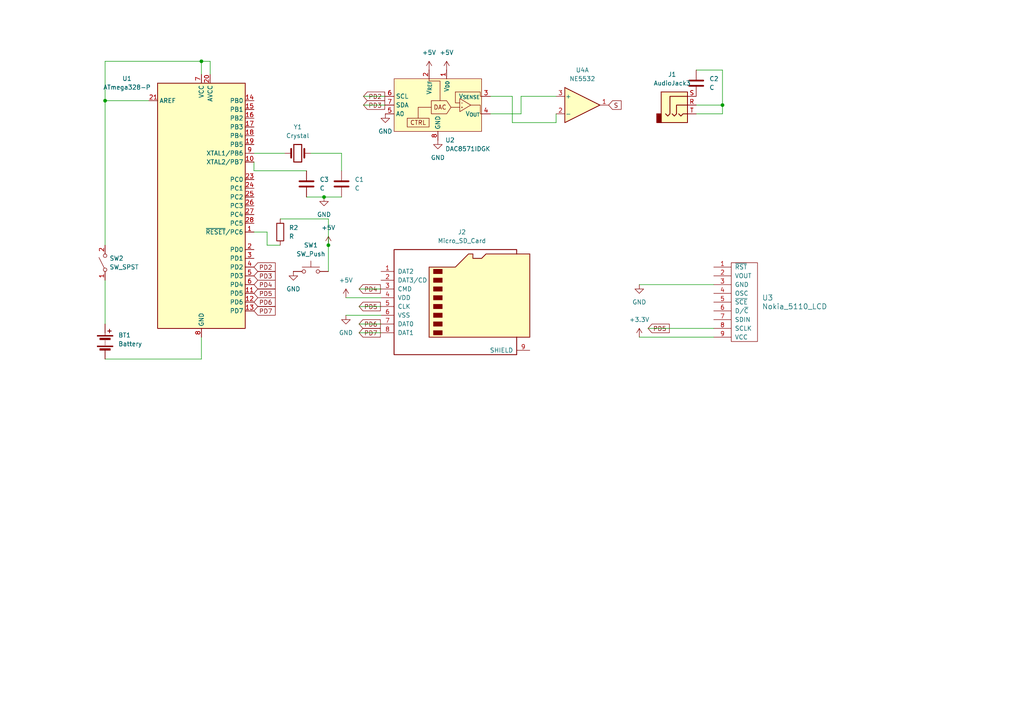
<source format=kicad_sch>
(kicad_sch
	(version 20250114)
	(generator "eeschema")
	(generator_version "9.0")
	(uuid "dc56954f-c1d0-4723-b184-c6d3e8a86644")
	(paper "A4")
	(lib_symbols
		(symbol "Amplifier_Operational:NE5532"
			(pin_names
				(offset 0.127)
			)
			(exclude_from_sim no)
			(in_bom yes)
			(on_board yes)
			(property "Reference" "U"
				(at 0 5.08 0)
				(effects
					(font
						(size 1.27 1.27)
					)
					(justify left)
				)
			)
			(property "Value" "NE5532"
				(at 0 -5.08 0)
				(effects
					(font
						(size 1.27 1.27)
					)
					(justify left)
				)
			)
			(property "Footprint" ""
				(at 0 0 0)
				(effects
					(font
						(size 1.27 1.27)
					)
					(hide yes)
				)
			)
			(property "Datasheet" "http://www.ti.com/lit/ds/symlink/ne5532.pdf"
				(at 0 0 0)
				(effects
					(font
						(size 1.27 1.27)
					)
					(hide yes)
				)
			)
			(property "Description" "Dual Low-Noise Operational Amplifiers, DIP-8/SOIC-8"
				(at 0 0 0)
				(effects
					(font
						(size 1.27 1.27)
					)
					(hide yes)
				)
			)
			(property "ki_locked" ""
				(at 0 0 0)
				(effects
					(font
						(size 1.27 1.27)
					)
				)
			)
			(property "ki_keywords" "dual opamp"
				(at 0 0 0)
				(effects
					(font
						(size 1.27 1.27)
					)
					(hide yes)
				)
			)
			(property "ki_fp_filters" "SOIC*3.9x4.9mm*P1.27mm* DIP*W7.62mm* TO*99* OnSemi*Micro8* TSSOP*3x3mm*P0.65mm* TSSOP*4.4x3mm*P0.65mm* MSOP*3x3mm*P0.65mm* SSOP*3.9x4.9mm*P0.635mm* LFCSP*2x2mm*P0.5mm* *SIP* SOIC*5.3x6.2mm*P1.27mm*"
				(at 0 0 0)
				(effects
					(font
						(size 1.27 1.27)
					)
					(hide yes)
				)
			)
			(symbol "NE5532_1_1"
				(polyline
					(pts
						(xy -5.08 5.08) (xy 5.08 0) (xy -5.08 -5.08) (xy -5.08 5.08)
					)
					(stroke
						(width 0.254)
						(type default)
					)
					(fill
						(type background)
					)
				)
				(pin input line
					(at -7.62 2.54 0)
					(length 2.54)
					(name "+"
						(effects
							(font
								(size 1.27 1.27)
							)
						)
					)
					(number "3"
						(effects
							(font
								(size 1.27 1.27)
							)
						)
					)
				)
				(pin input line
					(at -7.62 -2.54 0)
					(length 2.54)
					(name "-"
						(effects
							(font
								(size 1.27 1.27)
							)
						)
					)
					(number "2"
						(effects
							(font
								(size 1.27 1.27)
							)
						)
					)
				)
				(pin output line
					(at 7.62 0 180)
					(length 2.54)
					(name "~"
						(effects
							(font
								(size 1.27 1.27)
							)
						)
					)
					(number "1"
						(effects
							(font
								(size 1.27 1.27)
							)
						)
					)
				)
			)
			(symbol "NE5532_2_1"
				(polyline
					(pts
						(xy -5.08 5.08) (xy 5.08 0) (xy -5.08 -5.08) (xy -5.08 5.08)
					)
					(stroke
						(width 0.254)
						(type default)
					)
					(fill
						(type background)
					)
				)
				(pin input line
					(at -7.62 2.54 0)
					(length 2.54)
					(name "+"
						(effects
							(font
								(size 1.27 1.27)
							)
						)
					)
					(number "5"
						(effects
							(font
								(size 1.27 1.27)
							)
						)
					)
				)
				(pin input line
					(at -7.62 -2.54 0)
					(length 2.54)
					(name "-"
						(effects
							(font
								(size 1.27 1.27)
							)
						)
					)
					(number "6"
						(effects
							(font
								(size 1.27 1.27)
							)
						)
					)
				)
				(pin output line
					(at 7.62 0 180)
					(length 2.54)
					(name "~"
						(effects
							(font
								(size 1.27 1.27)
							)
						)
					)
					(number "7"
						(effects
							(font
								(size 1.27 1.27)
							)
						)
					)
				)
			)
			(symbol "NE5532_3_1"
				(pin power_in line
					(at -2.54 7.62 270)
					(length 3.81)
					(name "V+"
						(effects
							(font
								(size 1.27 1.27)
							)
						)
					)
					(number "8"
						(effects
							(font
								(size 1.27 1.27)
							)
						)
					)
				)
				(pin power_in line
					(at -2.54 -7.62 90)
					(length 3.81)
					(name "V-"
						(effects
							(font
								(size 1.27 1.27)
							)
						)
					)
					(number "4"
						(effects
							(font
								(size 1.27 1.27)
							)
						)
					)
				)
			)
			(embedded_fonts no)
		)
		(symbol "Analog_DAC:DAC8571IDGK"
			(exclude_from_sim no)
			(in_bom yes)
			(on_board yes)
			(property "Reference" "U"
				(at 5.08 8.89 0)
				(effects
					(font
						(size 1.27 1.27)
					)
				)
			)
			(property "Value" "DAC8571IDGK"
				(at 10.16 -8.89 0)
				(effects
					(font
						(size 1.27 1.27)
					)
				)
			)
			(property "Footprint" "Package_SO:MSOP-8_3x3mm_P0.65mm"
				(at 2.54 -12.7 0)
				(effects
					(font
						(size 1.27 1.27)
					)
					(hide yes)
				)
			)
			(property "Datasheet" "https://www.ti.com/lit/ds/symlink/dac8571.pdf"
				(at 2.54 -15.24 0)
				(effects
					(font
						(size 1.27 1.27)
					)
					(hide yes)
				)
			)
			(property "Description" "DAC, 16-Bit, Low Power, Voltage Output, Rail-to-Rail Output, I2C Interface, MSOP-8 3x3mm package"
				(at 0 0 0)
				(effects
					(font
						(size 1.27 1.27)
					)
					(hide yes)
				)
			)
			(property "ki_keywords" "DAC 16-Bit Voltage Output Rail-to-Rail I2C"
				(at 0 0 0)
				(effects
					(font
						(size 1.27 1.27)
					)
					(hide yes)
				)
			)
			(property "ki_fp_filters" "MSOP*3x3mm?P0.65mm*"
				(at 0 0 0)
				(effects
					(font
						(size 1.27 1.27)
					)
					(hide yes)
				)
			)
			(symbol "DAC8571IDGK_0_0"
				(text "DAC"
					(at 0.635 -0.635 0)
					(effects
						(font
							(size 1.27 1.27)
						)
					)
				)
			)
			(symbol "DAC8571IDGK_0_1"
				(polyline
					(pts
						(xy 3.81 -0.635) (xy 6.35 -0.635)
					)
					(stroke
						(width 0)
						(type default)
					)
					(fill
						(type none)
					)
				)
				(polyline
					(pts
						(xy 3.81 -0.635) (xy 2.54 1.27) (xy -1.905 1.27) (xy -1.905 -2.54) (xy 2.54 -2.54) (xy 3.81 -0.635)
					)
					(stroke
						(width 0)
						(type default)
					)
					(fill
						(type none)
					)
				)
				(polyline
					(pts
						(xy 6.35 0.635) (xy 5.08 0.635) (xy 5.08 3.81)
					)
					(stroke
						(width 0)
						(type default)
					)
					(fill
						(type none)
					)
				)
				(polyline
					(pts
						(xy 6.35 0) (xy 6.35 1.905) (xy 9.525 0) (xy 6.35 -1.905) (xy 6.35 0)
					)
					(stroke
						(width 0)
						(type default)
					)
					(fill
						(type none)
					)
				)
			)
			(symbol "DAC8571IDGK_1_1"
				(rectangle
					(start -12.7 7.62)
					(end 12.7 -7.62)
					(stroke
						(width 0)
						(type default)
					)
					(fill
						(type background)
					)
				)
				(rectangle
					(start -8.89 -3.81)
					(end -2.54 -6.35)
					(stroke
						(width 0)
						(type default)
					)
					(fill
						(type none)
					)
				)
				(polyline
					(pts
						(xy -5.715 -3.81) (xy -5.715 -0.635) (xy -1.905 -0.635)
					)
					(stroke
						(width 0)
						(type default)
					)
					(fill
						(type none)
					)
				)
				(polyline
					(pts
						(xy -2.54 7.62) (xy -2.54 6.985) (xy 0.635 6.985) (xy 0.635 1.27)
					)
					(stroke
						(width 0)
						(type default)
					)
					(fill
						(type none)
					)
				)
				(polyline
					(pts
						(xy 9.525 0) (xy 12.319 0) (xy 12.319 -2.54) (xy 12.7 -2.54)
					)
					(stroke
						(width 0)
						(type default)
					)
					(fill
						(type none)
					)
				)
				(polyline
					(pts
						(xy 12.7 2.54) (xy 12.319 2.54) (xy 12.319 3.81) (xy 5.08 3.81)
					)
					(stroke
						(width 0)
						(type default)
					)
					(fill
						(type none)
					)
				)
				(text "CTRL"
					(at -5.715 -5.08 0)
					(effects
						(font
							(size 1.27 1.27)
						)
					)
				)
				(text "-"
					(at 6.985 0.635 0)
					(effects
						(font
							(size 0.508 0.508)
						)
					)
				)
				(text "+"
					(at 6.985 -0.635 0)
					(effects
						(font
							(size 0.508 0.508)
						)
					)
				)
				(pin input line
					(at -15.24 2.54 0)
					(length 2.54)
					(name "SCL"
						(effects
							(font
								(size 1.27 1.27)
							)
						)
					)
					(number "6"
						(effects
							(font
								(size 1.27 1.27)
							)
						)
					)
				)
				(pin bidirectional line
					(at -15.24 0 0)
					(length 2.54)
					(name "SDA"
						(effects
							(font
								(size 1.27 1.27)
							)
						)
					)
					(number "7"
						(effects
							(font
								(size 1.27 1.27)
							)
						)
					)
				)
				(pin input line
					(at -15.24 -2.54 0)
					(length 2.54)
					(name "A0"
						(effects
							(font
								(size 1.27 1.27)
							)
						)
					)
					(number "5"
						(effects
							(font
								(size 1.27 1.27)
							)
						)
					)
				)
				(pin input line
					(at -2.54 10.16 270)
					(length 2.54)
					(name "V_{REF}"
						(effects
							(font
								(size 1.27 1.27)
							)
						)
					)
					(number "2"
						(effects
							(font
								(size 1.27 1.27)
							)
						)
					)
				)
				(pin power_in line
					(at 0 -10.16 90)
					(length 2.54)
					(name "GND"
						(effects
							(font
								(size 1.27 1.27)
							)
						)
					)
					(number "8"
						(effects
							(font
								(size 1.27 1.27)
							)
						)
					)
				)
				(pin power_in line
					(at 2.54 10.16 270)
					(length 2.54)
					(name "V_{DD}"
						(effects
							(font
								(size 1.27 1.27)
							)
						)
					)
					(number "1"
						(effects
							(font
								(size 1.27 1.27)
							)
						)
					)
				)
				(pin input line
					(at 15.24 2.54 180)
					(length 2.54)
					(name "V_{SENSE}"
						(effects
							(font
								(size 1.27 1.27)
							)
						)
					)
					(number "3"
						(effects
							(font
								(size 1.27 1.27)
							)
						)
					)
				)
				(pin output line
					(at 15.24 -2.54 180)
					(length 2.54)
					(name "V_{OUT}"
						(effects
							(font
								(size 1.27 1.27)
							)
						)
					)
					(number "4"
						(effects
							(font
								(size 1.27 1.27)
							)
						)
					)
				)
			)
			(embedded_fonts no)
		)
		(symbol "Connector:Micro_SD_Card"
			(pin_names
				(offset 1.016)
			)
			(exclude_from_sim no)
			(in_bom yes)
			(on_board yes)
			(property "Reference" "J"
				(at -16.51 15.24 0)
				(effects
					(font
						(size 1.27 1.27)
					)
				)
			)
			(property "Value" "Micro_SD_Card"
				(at 16.51 15.24 0)
				(effects
					(font
						(size 1.27 1.27)
					)
					(justify right)
				)
			)
			(property "Footprint" ""
				(at 29.21 7.62 0)
				(effects
					(font
						(size 1.27 1.27)
					)
					(hide yes)
				)
			)
			(property "Datasheet" "https://www.we-online.com/components/products/datasheet/693072010801.pdf"
				(at 0 0 0)
				(effects
					(font
						(size 1.27 1.27)
					)
					(hide yes)
				)
			)
			(property "Description" "Micro SD Card Socket"
				(at 0 0 0)
				(effects
					(font
						(size 1.27 1.27)
					)
					(hide yes)
				)
			)
			(property "ki_keywords" "connector SD microsd"
				(at 0 0 0)
				(effects
					(font
						(size 1.27 1.27)
					)
					(hide yes)
				)
			)
			(property "ki_fp_filters" "microSD*"
				(at 0 0 0)
				(effects
					(font
						(size 1.27 1.27)
					)
					(hide yes)
				)
			)
			(symbol "Micro_SD_Card_0_1"
				(polyline
					(pts
						(xy -8.89 -11.43) (xy -8.89 8.89) (xy -1.27 8.89) (xy 2.54 12.7) (xy 3.81 12.7) (xy 3.81 11.43)
						(xy 6.35 11.43) (xy 7.62 12.7) (xy 20.32 12.7) (xy 20.32 -11.43) (xy -8.89 -11.43)
					)
					(stroke
						(width 0.254)
						(type default)
					)
					(fill
						(type background)
					)
				)
				(rectangle
					(start -7.62 8.255)
					(end -5.08 6.985)
					(stroke
						(width 0)
						(type default)
					)
					(fill
						(type outline)
					)
				)
				(rectangle
					(start -7.62 5.715)
					(end -5.08 4.445)
					(stroke
						(width 0)
						(type default)
					)
					(fill
						(type outline)
					)
				)
				(rectangle
					(start -7.62 3.175)
					(end -5.08 1.905)
					(stroke
						(width 0)
						(type default)
					)
					(fill
						(type outline)
					)
				)
				(rectangle
					(start -7.62 0.635)
					(end -5.08 -0.635)
					(stroke
						(width 0)
						(type default)
					)
					(fill
						(type outline)
					)
				)
				(rectangle
					(start -7.62 -1.905)
					(end -5.08 -3.175)
					(stroke
						(width 0)
						(type default)
					)
					(fill
						(type outline)
					)
				)
				(rectangle
					(start -7.62 -4.445)
					(end -5.08 -5.715)
					(stroke
						(width 0)
						(type default)
					)
					(fill
						(type outline)
					)
				)
				(rectangle
					(start -7.62 -6.985)
					(end -5.08 -8.255)
					(stroke
						(width 0)
						(type default)
					)
					(fill
						(type outline)
					)
				)
				(rectangle
					(start -7.62 -9.525)
					(end -5.08 -10.795)
					(stroke
						(width 0)
						(type default)
					)
					(fill
						(type outline)
					)
				)
				(polyline
					(pts
						(xy 16.51 12.7) (xy 16.51 13.97) (xy -19.05 13.97) (xy -19.05 -16.51) (xy 16.51 -16.51) (xy 16.51 -11.43)
					)
					(stroke
						(width 0.254)
						(type default)
					)
					(fill
						(type none)
					)
				)
			)
			(symbol "Micro_SD_Card_1_1"
				(pin bidirectional line
					(at -22.86 7.62 0)
					(length 3.81)
					(name "DAT2"
						(effects
							(font
								(size 1.27 1.27)
							)
						)
					)
					(number "1"
						(effects
							(font
								(size 1.27 1.27)
							)
						)
					)
				)
				(pin bidirectional line
					(at -22.86 5.08 0)
					(length 3.81)
					(name "DAT3/CD"
						(effects
							(font
								(size 1.27 1.27)
							)
						)
					)
					(number "2"
						(effects
							(font
								(size 1.27 1.27)
							)
						)
					)
				)
				(pin input line
					(at -22.86 2.54 0)
					(length 3.81)
					(name "CMD"
						(effects
							(font
								(size 1.27 1.27)
							)
						)
					)
					(number "3"
						(effects
							(font
								(size 1.27 1.27)
							)
						)
					)
				)
				(pin power_in line
					(at -22.86 0 0)
					(length 3.81)
					(name "VDD"
						(effects
							(font
								(size 1.27 1.27)
							)
						)
					)
					(number "4"
						(effects
							(font
								(size 1.27 1.27)
							)
						)
					)
				)
				(pin input line
					(at -22.86 -2.54 0)
					(length 3.81)
					(name "CLK"
						(effects
							(font
								(size 1.27 1.27)
							)
						)
					)
					(number "5"
						(effects
							(font
								(size 1.27 1.27)
							)
						)
					)
				)
				(pin power_in line
					(at -22.86 -5.08 0)
					(length 3.81)
					(name "VSS"
						(effects
							(font
								(size 1.27 1.27)
							)
						)
					)
					(number "6"
						(effects
							(font
								(size 1.27 1.27)
							)
						)
					)
				)
				(pin bidirectional line
					(at -22.86 -7.62 0)
					(length 3.81)
					(name "DAT0"
						(effects
							(font
								(size 1.27 1.27)
							)
						)
					)
					(number "7"
						(effects
							(font
								(size 1.27 1.27)
							)
						)
					)
				)
				(pin bidirectional line
					(at -22.86 -10.16 0)
					(length 3.81)
					(name "DAT1"
						(effects
							(font
								(size 1.27 1.27)
							)
						)
					)
					(number "8"
						(effects
							(font
								(size 1.27 1.27)
							)
						)
					)
				)
				(pin passive line
					(at 20.32 -15.24 180)
					(length 3.81)
					(name "SHIELD"
						(effects
							(font
								(size 1.27 1.27)
							)
						)
					)
					(number "9"
						(effects
							(font
								(size 1.27 1.27)
							)
						)
					)
				)
			)
			(embedded_fonts no)
		)
		(symbol "Connector_Audio:AudioJack3"
			(exclude_from_sim no)
			(in_bom yes)
			(on_board yes)
			(property "Reference" "J"
				(at 0 8.89 0)
				(effects
					(font
						(size 1.27 1.27)
					)
				)
			)
			(property "Value" "AudioJack3"
				(at 0 6.35 0)
				(effects
					(font
						(size 1.27 1.27)
					)
				)
			)
			(property "Footprint" ""
				(at 0 0 0)
				(effects
					(font
						(size 1.27 1.27)
					)
					(hide yes)
				)
			)
			(property "Datasheet" "~"
				(at 0 0 0)
				(effects
					(font
						(size 1.27 1.27)
					)
					(hide yes)
				)
			)
			(property "Description" "Audio Jack, 3 Poles (Stereo / TRS)"
				(at 0 0 0)
				(effects
					(font
						(size 1.27 1.27)
					)
					(hide yes)
				)
			)
			(property "ki_keywords" "audio jack receptacle stereo headphones phones TRS connector"
				(at 0 0 0)
				(effects
					(font
						(size 1.27 1.27)
					)
					(hide yes)
				)
			)
			(property "ki_fp_filters" "Jack*"
				(at 0 0 0)
				(effects
					(font
						(size 1.27 1.27)
					)
					(hide yes)
				)
			)
			(symbol "AudioJack3_0_1"
				(rectangle
					(start -5.08 -5.08)
					(end -6.35 -2.54)
					(stroke
						(width 0.254)
						(type default)
					)
					(fill
						(type outline)
					)
				)
				(polyline
					(pts
						(xy -1.905 -2.54) (xy -1.27 -3.175) (xy -0.635 -2.54) (xy -0.635 0) (xy 2.54 0)
					)
					(stroke
						(width 0.254)
						(type default)
					)
					(fill
						(type none)
					)
				)
				(polyline
					(pts
						(xy 0 -2.54) (xy 0.635 -3.175) (xy 1.27 -2.54) (xy 2.54 -2.54)
					)
					(stroke
						(width 0.254)
						(type default)
					)
					(fill
						(type none)
					)
				)
				(rectangle
					(start 2.54 3.81)
					(end -5.08 -5.08)
					(stroke
						(width 0.254)
						(type default)
					)
					(fill
						(type background)
					)
				)
				(polyline
					(pts
						(xy 2.54 2.54) (xy -2.54 2.54) (xy -2.54 -2.54) (xy -3.175 -3.175) (xy -3.81 -2.54)
					)
					(stroke
						(width 0.254)
						(type default)
					)
					(fill
						(type none)
					)
				)
			)
			(symbol "AudioJack3_1_1"
				(pin passive line
					(at 5.08 2.54 180)
					(length 2.54)
					(name "~"
						(effects
							(font
								(size 1.27 1.27)
							)
						)
					)
					(number "S"
						(effects
							(font
								(size 1.27 1.27)
							)
						)
					)
				)
				(pin passive line
					(at 5.08 0 180)
					(length 2.54)
					(name "~"
						(effects
							(font
								(size 1.27 1.27)
							)
						)
					)
					(number "R"
						(effects
							(font
								(size 1.27 1.27)
							)
						)
					)
				)
				(pin passive line
					(at 5.08 -2.54 180)
					(length 2.54)
					(name "~"
						(effects
							(font
								(size 1.27 1.27)
							)
						)
					)
					(number "T"
						(effects
							(font
								(size 1.27 1.27)
							)
						)
					)
				)
			)
			(embedded_fonts no)
		)
		(symbol "Device:Battery"
			(pin_numbers
				(hide yes)
			)
			(pin_names
				(offset 0)
				(hide yes)
			)
			(exclude_from_sim no)
			(in_bom yes)
			(on_board yes)
			(property "Reference" "BT"
				(at 2.54 2.54 0)
				(effects
					(font
						(size 1.27 1.27)
					)
					(justify left)
				)
			)
			(property "Value" "Battery"
				(at 2.54 0 0)
				(effects
					(font
						(size 1.27 1.27)
					)
					(justify left)
				)
			)
			(property "Footprint" ""
				(at 0 1.524 90)
				(effects
					(font
						(size 1.27 1.27)
					)
					(hide yes)
				)
			)
			(property "Datasheet" "~"
				(at 0 1.524 90)
				(effects
					(font
						(size 1.27 1.27)
					)
					(hide yes)
				)
			)
			(property "Description" "Multiple-cell battery"
				(at 0 0 0)
				(effects
					(font
						(size 1.27 1.27)
					)
					(hide yes)
				)
			)
			(property "ki_keywords" "batt voltage-source cell"
				(at 0 0 0)
				(effects
					(font
						(size 1.27 1.27)
					)
					(hide yes)
				)
			)
			(symbol "Battery_0_1"
				(rectangle
					(start -2.286 1.778)
					(end 2.286 1.524)
					(stroke
						(width 0)
						(type default)
					)
					(fill
						(type outline)
					)
				)
				(rectangle
					(start -2.286 -1.27)
					(end 2.286 -1.524)
					(stroke
						(width 0)
						(type default)
					)
					(fill
						(type outline)
					)
				)
				(rectangle
					(start -1.524 1.016)
					(end 1.524 0.508)
					(stroke
						(width 0)
						(type default)
					)
					(fill
						(type outline)
					)
				)
				(rectangle
					(start -1.524 -2.032)
					(end 1.524 -2.54)
					(stroke
						(width 0)
						(type default)
					)
					(fill
						(type outline)
					)
				)
				(polyline
					(pts
						(xy 0 1.778) (xy 0 2.54)
					)
					(stroke
						(width 0)
						(type default)
					)
					(fill
						(type none)
					)
				)
				(polyline
					(pts
						(xy 0 0) (xy 0 0.254)
					)
					(stroke
						(width 0)
						(type default)
					)
					(fill
						(type none)
					)
				)
				(polyline
					(pts
						(xy 0 -0.508) (xy 0 -0.254)
					)
					(stroke
						(width 0)
						(type default)
					)
					(fill
						(type none)
					)
				)
				(polyline
					(pts
						(xy 0 -1.016) (xy 0 -0.762)
					)
					(stroke
						(width 0)
						(type default)
					)
					(fill
						(type none)
					)
				)
				(polyline
					(pts
						(xy 0.762 3.048) (xy 1.778 3.048)
					)
					(stroke
						(width 0.254)
						(type default)
					)
					(fill
						(type none)
					)
				)
				(polyline
					(pts
						(xy 1.27 3.556) (xy 1.27 2.54)
					)
					(stroke
						(width 0.254)
						(type default)
					)
					(fill
						(type none)
					)
				)
			)
			(symbol "Battery_1_1"
				(pin passive line
					(at 0 5.08 270)
					(length 2.54)
					(name "+"
						(effects
							(font
								(size 1.27 1.27)
							)
						)
					)
					(number "1"
						(effects
							(font
								(size 1.27 1.27)
							)
						)
					)
				)
				(pin passive line
					(at 0 -5.08 90)
					(length 2.54)
					(name "-"
						(effects
							(font
								(size 1.27 1.27)
							)
						)
					)
					(number "2"
						(effects
							(font
								(size 1.27 1.27)
							)
						)
					)
				)
			)
			(embedded_fonts no)
		)
		(symbol "Device:C"
			(pin_numbers
				(hide yes)
			)
			(pin_names
				(offset 0.254)
			)
			(exclude_from_sim no)
			(in_bom yes)
			(on_board yes)
			(property "Reference" "C"
				(at 0.635 2.54 0)
				(effects
					(font
						(size 1.27 1.27)
					)
					(justify left)
				)
			)
			(property "Value" "C"
				(at 0.635 -2.54 0)
				(effects
					(font
						(size 1.27 1.27)
					)
					(justify left)
				)
			)
			(property "Footprint" ""
				(at 0.9652 -3.81 0)
				(effects
					(font
						(size 1.27 1.27)
					)
					(hide yes)
				)
			)
			(property "Datasheet" "~"
				(at 0 0 0)
				(effects
					(font
						(size 1.27 1.27)
					)
					(hide yes)
				)
			)
			(property "Description" "Unpolarized capacitor"
				(at 0 0 0)
				(effects
					(font
						(size 1.27 1.27)
					)
					(hide yes)
				)
			)
			(property "ki_keywords" "cap capacitor"
				(at 0 0 0)
				(effects
					(font
						(size 1.27 1.27)
					)
					(hide yes)
				)
			)
			(property "ki_fp_filters" "C_*"
				(at 0 0 0)
				(effects
					(font
						(size 1.27 1.27)
					)
					(hide yes)
				)
			)
			(symbol "C_0_1"
				(polyline
					(pts
						(xy -2.032 0.762) (xy 2.032 0.762)
					)
					(stroke
						(width 0.508)
						(type default)
					)
					(fill
						(type none)
					)
				)
				(polyline
					(pts
						(xy -2.032 -0.762) (xy 2.032 -0.762)
					)
					(stroke
						(width 0.508)
						(type default)
					)
					(fill
						(type none)
					)
				)
			)
			(symbol "C_1_1"
				(pin passive line
					(at 0 3.81 270)
					(length 2.794)
					(name "~"
						(effects
							(font
								(size 1.27 1.27)
							)
						)
					)
					(number "1"
						(effects
							(font
								(size 1.27 1.27)
							)
						)
					)
				)
				(pin passive line
					(at 0 -3.81 90)
					(length 2.794)
					(name "~"
						(effects
							(font
								(size 1.27 1.27)
							)
						)
					)
					(number "2"
						(effects
							(font
								(size 1.27 1.27)
							)
						)
					)
				)
			)
			(embedded_fonts no)
		)
		(symbol "Device:Crystal"
			(pin_numbers
				(hide yes)
			)
			(pin_names
				(offset 1.016)
				(hide yes)
			)
			(exclude_from_sim no)
			(in_bom yes)
			(on_board yes)
			(property "Reference" "Y"
				(at 0 3.81 0)
				(effects
					(font
						(size 1.27 1.27)
					)
				)
			)
			(property "Value" "Crystal"
				(at 0 -3.81 0)
				(effects
					(font
						(size 1.27 1.27)
					)
				)
			)
			(property "Footprint" ""
				(at 0 0 0)
				(effects
					(font
						(size 1.27 1.27)
					)
					(hide yes)
				)
			)
			(property "Datasheet" "~"
				(at 0 0 0)
				(effects
					(font
						(size 1.27 1.27)
					)
					(hide yes)
				)
			)
			(property "Description" "Two pin crystal"
				(at 0 0 0)
				(effects
					(font
						(size 1.27 1.27)
					)
					(hide yes)
				)
			)
			(property "ki_keywords" "quartz ceramic resonator oscillator"
				(at 0 0 0)
				(effects
					(font
						(size 1.27 1.27)
					)
					(hide yes)
				)
			)
			(property "ki_fp_filters" "Crystal*"
				(at 0 0 0)
				(effects
					(font
						(size 1.27 1.27)
					)
					(hide yes)
				)
			)
			(symbol "Crystal_0_1"
				(polyline
					(pts
						(xy -2.54 0) (xy -1.905 0)
					)
					(stroke
						(width 0)
						(type default)
					)
					(fill
						(type none)
					)
				)
				(polyline
					(pts
						(xy -1.905 -1.27) (xy -1.905 1.27)
					)
					(stroke
						(width 0.508)
						(type default)
					)
					(fill
						(type none)
					)
				)
				(rectangle
					(start -1.143 2.54)
					(end 1.143 -2.54)
					(stroke
						(width 0.3048)
						(type default)
					)
					(fill
						(type none)
					)
				)
				(polyline
					(pts
						(xy 1.905 -1.27) (xy 1.905 1.27)
					)
					(stroke
						(width 0.508)
						(type default)
					)
					(fill
						(type none)
					)
				)
				(polyline
					(pts
						(xy 2.54 0) (xy 1.905 0)
					)
					(stroke
						(width 0)
						(type default)
					)
					(fill
						(type none)
					)
				)
			)
			(symbol "Crystal_1_1"
				(pin passive line
					(at -3.81 0 0)
					(length 1.27)
					(name "1"
						(effects
							(font
								(size 1.27 1.27)
							)
						)
					)
					(number "1"
						(effects
							(font
								(size 1.27 1.27)
							)
						)
					)
				)
				(pin passive line
					(at 3.81 0 180)
					(length 1.27)
					(name "2"
						(effects
							(font
								(size 1.27 1.27)
							)
						)
					)
					(number "2"
						(effects
							(font
								(size 1.27 1.27)
							)
						)
					)
				)
			)
			(embedded_fonts no)
		)
		(symbol "Device:R"
			(pin_numbers
				(hide yes)
			)
			(pin_names
				(offset 0)
			)
			(exclude_from_sim no)
			(in_bom yes)
			(on_board yes)
			(property "Reference" "R"
				(at 2.032 0 90)
				(effects
					(font
						(size 1.27 1.27)
					)
				)
			)
			(property "Value" "R"
				(at 0 0 90)
				(effects
					(font
						(size 1.27 1.27)
					)
				)
			)
			(property "Footprint" ""
				(at -1.778 0 90)
				(effects
					(font
						(size 1.27 1.27)
					)
					(hide yes)
				)
			)
			(property "Datasheet" "~"
				(at 0 0 0)
				(effects
					(font
						(size 1.27 1.27)
					)
					(hide yes)
				)
			)
			(property "Description" "Resistor"
				(at 0 0 0)
				(effects
					(font
						(size 1.27 1.27)
					)
					(hide yes)
				)
			)
			(property "ki_keywords" "R res resistor"
				(at 0 0 0)
				(effects
					(font
						(size 1.27 1.27)
					)
					(hide yes)
				)
			)
			(property "ki_fp_filters" "R_*"
				(at 0 0 0)
				(effects
					(font
						(size 1.27 1.27)
					)
					(hide yes)
				)
			)
			(symbol "R_0_1"
				(rectangle
					(start -1.016 -2.54)
					(end 1.016 2.54)
					(stroke
						(width 0.254)
						(type default)
					)
					(fill
						(type none)
					)
				)
			)
			(symbol "R_1_1"
				(pin passive line
					(at 0 3.81 270)
					(length 1.27)
					(name "~"
						(effects
							(font
								(size 1.27 1.27)
							)
						)
					)
					(number "1"
						(effects
							(font
								(size 1.27 1.27)
							)
						)
					)
				)
				(pin passive line
					(at 0 -3.81 90)
					(length 1.27)
					(name "~"
						(effects
							(font
								(size 1.27 1.27)
							)
						)
					)
					(number "2"
						(effects
							(font
								(size 1.27 1.27)
							)
						)
					)
				)
			)
			(embedded_fonts no)
		)
		(symbol "MCU_Microchip_ATmega:ATmega328-P"
			(exclude_from_sim no)
			(in_bom yes)
			(on_board yes)
			(property "Reference" "U"
				(at -12.7 36.83 0)
				(effects
					(font
						(size 1.27 1.27)
					)
					(justify left bottom)
				)
			)
			(property "Value" "ATmega328-P"
				(at 2.54 -36.83 0)
				(effects
					(font
						(size 1.27 1.27)
					)
					(justify left top)
				)
			)
			(property "Footprint" "Package_DIP:DIP-28_W7.62mm"
				(at 0 0 0)
				(effects
					(font
						(size 1.27 1.27)
						(italic yes)
					)
					(hide yes)
				)
			)
			(property "Datasheet" "http://ww1.microchip.com/downloads/en/DeviceDoc/ATmega328_P%20AVR%20MCU%20with%20picoPower%20Technology%20Data%20Sheet%2040001984A.pdf"
				(at 0 0 0)
				(effects
					(font
						(size 1.27 1.27)
					)
					(hide yes)
				)
			)
			(property "Description" "20MHz, 32kB Flash, 2kB SRAM, 1kB EEPROM, DIP-28"
				(at 0 0 0)
				(effects
					(font
						(size 1.27 1.27)
					)
					(hide yes)
				)
			)
			(property "ki_keywords" "AVR 8bit Microcontroller MegaAVR"
				(at 0 0 0)
				(effects
					(font
						(size 1.27 1.27)
					)
					(hide yes)
				)
			)
			(property "ki_fp_filters" "DIP*W7.62mm*"
				(at 0 0 0)
				(effects
					(font
						(size 1.27 1.27)
					)
					(hide yes)
				)
			)
			(symbol "ATmega328-P_0_1"
				(rectangle
					(start -12.7 -35.56)
					(end 12.7 35.56)
					(stroke
						(width 0.254)
						(type default)
					)
					(fill
						(type background)
					)
				)
			)
			(symbol "ATmega328-P_1_1"
				(pin passive line
					(at -15.24 30.48 0)
					(length 2.54)
					(name "AREF"
						(effects
							(font
								(size 1.27 1.27)
							)
						)
					)
					(number "21"
						(effects
							(font
								(size 1.27 1.27)
							)
						)
					)
				)
				(pin power_in line
					(at 0 38.1 270)
					(length 2.54)
					(name "VCC"
						(effects
							(font
								(size 1.27 1.27)
							)
						)
					)
					(number "7"
						(effects
							(font
								(size 1.27 1.27)
							)
						)
					)
				)
				(pin passive line
					(at 0 -38.1 90)
					(length 2.54)
					(hide yes)
					(name "GND"
						(effects
							(font
								(size 1.27 1.27)
							)
						)
					)
					(number "22"
						(effects
							(font
								(size 1.27 1.27)
							)
						)
					)
				)
				(pin power_in line
					(at 0 -38.1 90)
					(length 2.54)
					(name "GND"
						(effects
							(font
								(size 1.27 1.27)
							)
						)
					)
					(number "8"
						(effects
							(font
								(size 1.27 1.27)
							)
						)
					)
				)
				(pin power_in line
					(at 2.54 38.1 270)
					(length 2.54)
					(name "AVCC"
						(effects
							(font
								(size 1.27 1.27)
							)
						)
					)
					(number "20"
						(effects
							(font
								(size 1.27 1.27)
							)
						)
					)
				)
				(pin bidirectional line
					(at 15.24 30.48 180)
					(length 2.54)
					(name "PB0"
						(effects
							(font
								(size 1.27 1.27)
							)
						)
					)
					(number "14"
						(effects
							(font
								(size 1.27 1.27)
							)
						)
					)
				)
				(pin bidirectional line
					(at 15.24 27.94 180)
					(length 2.54)
					(name "PB1"
						(effects
							(font
								(size 1.27 1.27)
							)
						)
					)
					(number "15"
						(effects
							(font
								(size 1.27 1.27)
							)
						)
					)
				)
				(pin bidirectional line
					(at 15.24 25.4 180)
					(length 2.54)
					(name "PB2"
						(effects
							(font
								(size 1.27 1.27)
							)
						)
					)
					(number "16"
						(effects
							(font
								(size 1.27 1.27)
							)
						)
					)
				)
				(pin bidirectional line
					(at 15.24 22.86 180)
					(length 2.54)
					(name "PB3"
						(effects
							(font
								(size 1.27 1.27)
							)
						)
					)
					(number "17"
						(effects
							(font
								(size 1.27 1.27)
							)
						)
					)
				)
				(pin bidirectional line
					(at 15.24 20.32 180)
					(length 2.54)
					(name "PB4"
						(effects
							(font
								(size 1.27 1.27)
							)
						)
					)
					(number "18"
						(effects
							(font
								(size 1.27 1.27)
							)
						)
					)
				)
				(pin bidirectional line
					(at 15.24 17.78 180)
					(length 2.54)
					(name "PB5"
						(effects
							(font
								(size 1.27 1.27)
							)
						)
					)
					(number "19"
						(effects
							(font
								(size 1.27 1.27)
							)
						)
					)
				)
				(pin bidirectional line
					(at 15.24 15.24 180)
					(length 2.54)
					(name "XTAL1/PB6"
						(effects
							(font
								(size 1.27 1.27)
							)
						)
					)
					(number "9"
						(effects
							(font
								(size 1.27 1.27)
							)
						)
					)
				)
				(pin bidirectional line
					(at 15.24 12.7 180)
					(length 2.54)
					(name "XTAL2/PB7"
						(effects
							(font
								(size 1.27 1.27)
							)
						)
					)
					(number "10"
						(effects
							(font
								(size 1.27 1.27)
							)
						)
					)
				)
				(pin bidirectional line
					(at 15.24 7.62 180)
					(length 2.54)
					(name "PC0"
						(effects
							(font
								(size 1.27 1.27)
							)
						)
					)
					(number "23"
						(effects
							(font
								(size 1.27 1.27)
							)
						)
					)
				)
				(pin bidirectional line
					(at 15.24 5.08 180)
					(length 2.54)
					(name "PC1"
						(effects
							(font
								(size 1.27 1.27)
							)
						)
					)
					(number "24"
						(effects
							(font
								(size 1.27 1.27)
							)
						)
					)
				)
				(pin bidirectional line
					(at 15.24 2.54 180)
					(length 2.54)
					(name "PC2"
						(effects
							(font
								(size 1.27 1.27)
							)
						)
					)
					(number "25"
						(effects
							(font
								(size 1.27 1.27)
							)
						)
					)
				)
				(pin bidirectional line
					(at 15.24 0 180)
					(length 2.54)
					(name "PC3"
						(effects
							(font
								(size 1.27 1.27)
							)
						)
					)
					(number "26"
						(effects
							(font
								(size 1.27 1.27)
							)
						)
					)
				)
				(pin bidirectional line
					(at 15.24 -2.54 180)
					(length 2.54)
					(name "PC4"
						(effects
							(font
								(size 1.27 1.27)
							)
						)
					)
					(number "27"
						(effects
							(font
								(size 1.27 1.27)
							)
						)
					)
				)
				(pin bidirectional line
					(at 15.24 -5.08 180)
					(length 2.54)
					(name "PC5"
						(effects
							(font
								(size 1.27 1.27)
							)
						)
					)
					(number "28"
						(effects
							(font
								(size 1.27 1.27)
							)
						)
					)
				)
				(pin bidirectional line
					(at 15.24 -7.62 180)
					(length 2.54)
					(name "~{RESET}/PC6"
						(effects
							(font
								(size 1.27 1.27)
							)
						)
					)
					(number "1"
						(effects
							(font
								(size 1.27 1.27)
							)
						)
					)
				)
				(pin bidirectional line
					(at 15.24 -12.7 180)
					(length 2.54)
					(name "PD0"
						(effects
							(font
								(size 1.27 1.27)
							)
						)
					)
					(number "2"
						(effects
							(font
								(size 1.27 1.27)
							)
						)
					)
				)
				(pin bidirectional line
					(at 15.24 -15.24 180)
					(length 2.54)
					(name "PD1"
						(effects
							(font
								(size 1.27 1.27)
							)
						)
					)
					(number "3"
						(effects
							(font
								(size 1.27 1.27)
							)
						)
					)
				)
				(pin bidirectional line
					(at 15.24 -17.78 180)
					(length 2.54)
					(name "PD2"
						(effects
							(font
								(size 1.27 1.27)
							)
						)
					)
					(number "4"
						(effects
							(font
								(size 1.27 1.27)
							)
						)
					)
				)
				(pin bidirectional line
					(at 15.24 -20.32 180)
					(length 2.54)
					(name "PD3"
						(effects
							(font
								(size 1.27 1.27)
							)
						)
					)
					(number "5"
						(effects
							(font
								(size 1.27 1.27)
							)
						)
					)
				)
				(pin bidirectional line
					(at 15.24 -22.86 180)
					(length 2.54)
					(name "PD4"
						(effects
							(font
								(size 1.27 1.27)
							)
						)
					)
					(number "6"
						(effects
							(font
								(size 1.27 1.27)
							)
						)
					)
				)
				(pin bidirectional line
					(at 15.24 -25.4 180)
					(length 2.54)
					(name "PD5"
						(effects
							(font
								(size 1.27 1.27)
							)
						)
					)
					(number "11"
						(effects
							(font
								(size 1.27 1.27)
							)
						)
					)
				)
				(pin bidirectional line
					(at 15.24 -27.94 180)
					(length 2.54)
					(name "PD6"
						(effects
							(font
								(size 1.27 1.27)
							)
						)
					)
					(number "12"
						(effects
							(font
								(size 1.27 1.27)
							)
						)
					)
				)
				(pin bidirectional line
					(at 15.24 -30.48 180)
					(length 2.54)
					(name "PD7"
						(effects
							(font
								(size 1.27 1.27)
							)
						)
					)
					(number "13"
						(effects
							(font
								(size 1.27 1.27)
							)
						)
					)
				)
			)
			(embedded_fonts no)
		)
		(symbol "Switch:SW_Push"
			(pin_numbers
				(hide yes)
			)
			(pin_names
				(offset 1.016)
				(hide yes)
			)
			(exclude_from_sim no)
			(in_bom yes)
			(on_board yes)
			(property "Reference" "SW"
				(at 1.27 2.54 0)
				(effects
					(font
						(size 1.27 1.27)
					)
					(justify left)
				)
			)
			(property "Value" "SW_Push"
				(at 0 -1.524 0)
				(effects
					(font
						(size 1.27 1.27)
					)
				)
			)
			(property "Footprint" ""
				(at 0 5.08 0)
				(effects
					(font
						(size 1.27 1.27)
					)
					(hide yes)
				)
			)
			(property "Datasheet" "~"
				(at 0 5.08 0)
				(effects
					(font
						(size 1.27 1.27)
					)
					(hide yes)
				)
			)
			(property "Description" "Push button switch, generic, two pins"
				(at 0 0 0)
				(effects
					(font
						(size 1.27 1.27)
					)
					(hide yes)
				)
			)
			(property "ki_keywords" "switch normally-open pushbutton push-button"
				(at 0 0 0)
				(effects
					(font
						(size 1.27 1.27)
					)
					(hide yes)
				)
			)
			(symbol "SW_Push_0_1"
				(circle
					(center -2.032 0)
					(radius 0.508)
					(stroke
						(width 0)
						(type default)
					)
					(fill
						(type none)
					)
				)
				(polyline
					(pts
						(xy 0 1.27) (xy 0 3.048)
					)
					(stroke
						(width 0)
						(type default)
					)
					(fill
						(type none)
					)
				)
				(circle
					(center 2.032 0)
					(radius 0.508)
					(stroke
						(width 0)
						(type default)
					)
					(fill
						(type none)
					)
				)
				(polyline
					(pts
						(xy 2.54 1.27) (xy -2.54 1.27)
					)
					(stroke
						(width 0)
						(type default)
					)
					(fill
						(type none)
					)
				)
				(pin passive line
					(at -5.08 0 0)
					(length 2.54)
					(name "1"
						(effects
							(font
								(size 1.27 1.27)
							)
						)
					)
					(number "1"
						(effects
							(font
								(size 1.27 1.27)
							)
						)
					)
				)
				(pin passive line
					(at 5.08 0 180)
					(length 2.54)
					(name "2"
						(effects
							(font
								(size 1.27 1.27)
							)
						)
					)
					(number "2"
						(effects
							(font
								(size 1.27 1.27)
							)
						)
					)
				)
			)
			(embedded_fonts no)
		)
		(symbol "Switch:SW_SPST"
			(pin_names
				(offset 0)
				(hide yes)
			)
			(exclude_from_sim no)
			(in_bom yes)
			(on_board yes)
			(property "Reference" "SW"
				(at 0 3.175 0)
				(effects
					(font
						(size 1.27 1.27)
					)
				)
			)
			(property "Value" "SW_SPST"
				(at 0 -2.54 0)
				(effects
					(font
						(size 1.27 1.27)
					)
				)
			)
			(property "Footprint" ""
				(at 0 0 0)
				(effects
					(font
						(size 1.27 1.27)
					)
					(hide yes)
				)
			)
			(property "Datasheet" "~"
				(at 0 0 0)
				(effects
					(font
						(size 1.27 1.27)
					)
					(hide yes)
				)
			)
			(property "Description" "Single Pole Single Throw (SPST) switch"
				(at 0 0 0)
				(effects
					(font
						(size 1.27 1.27)
					)
					(hide yes)
				)
			)
			(property "ki_keywords" "switch lever"
				(at 0 0 0)
				(effects
					(font
						(size 1.27 1.27)
					)
					(hide yes)
				)
			)
			(symbol "SW_SPST_0_0"
				(circle
					(center -2.032 0)
					(radius 0.508)
					(stroke
						(width 0)
						(type default)
					)
					(fill
						(type none)
					)
				)
				(polyline
					(pts
						(xy -1.524 0.254) (xy 1.524 1.778)
					)
					(stroke
						(width 0)
						(type default)
					)
					(fill
						(type none)
					)
				)
				(circle
					(center 2.032 0)
					(radius 0.508)
					(stroke
						(width 0)
						(type default)
					)
					(fill
						(type none)
					)
				)
			)
			(symbol "SW_SPST_1_1"
				(pin passive line
					(at -5.08 0 0)
					(length 2.54)
					(name "A"
						(effects
							(font
								(size 1.27 1.27)
							)
						)
					)
					(number "1"
						(effects
							(font
								(size 1.27 1.27)
							)
						)
					)
				)
				(pin passive line
					(at 5.08 0 180)
					(length 2.54)
					(name "B"
						(effects
							(font
								(size 1.27 1.27)
							)
						)
					)
					(number "2"
						(effects
							(font
								(size 1.27 1.27)
							)
						)
					)
				)
			)
			(embedded_fonts no)
		)
		(symbol "nokia_5110-3310_lcd:Nokia_5110_LCD"
			(pin_names
				(offset 1.016)
			)
			(exclude_from_sim no)
			(in_bom yes)
			(on_board yes)
			(property "Reference" "U"
				(at 0 -13.97 0)
				(effects
					(font
						(size 1.524 1.524)
					)
				)
			)
			(property "Value" "Nokia_5110_LCD"
				(at 6.35 0 90)
				(effects
					(font
						(size 1.524 1.524)
					)
				)
			)
			(property "Footprint" ""
				(at 0 0 0)
				(effects
					(font
						(size 1.524 1.524)
					)
				)
			)
			(property "Datasheet" ""
				(at 0 0 0)
				(effects
					(font
						(size 1.524 1.524)
					)
				)
			)
			(property "Description" ""
				(at 0 0 0)
				(effects
					(font
						(size 1.27 1.27)
					)
					(hide yes)
				)
			)
			(symbol "Nokia_5110_LCD_0_1"
				(rectangle
					(start -3.81 11.43)
					(end 3.81 -11.43)
					(stroke
						(width 0)
						(type solid)
					)
					(fill
						(type none)
					)
				)
			)
			(symbol "Nokia_5110_LCD_1_1"
				(pin passive line
					(at -8.89 10.16 0)
					(length 5.08)
					(name "~{RST}"
						(effects
							(font
								(size 1.27 1.27)
							)
						)
					)
					(number "1"
						(effects
							(font
								(size 1.27 1.27)
							)
						)
					)
				)
				(pin passive line
					(at -8.89 7.62 0)
					(length 5.08)
					(name "VOUT"
						(effects
							(font
								(size 1.27 1.27)
							)
						)
					)
					(number "2"
						(effects
							(font
								(size 1.27 1.27)
							)
						)
					)
				)
				(pin power_in line
					(at -8.89 5.08 0)
					(length 5.08)
					(name "GND"
						(effects
							(font
								(size 1.27 1.27)
							)
						)
					)
					(number "3"
						(effects
							(font
								(size 1.27 1.27)
							)
						)
					)
				)
				(pin passive line
					(at -8.89 2.54 0)
					(length 5.08)
					(name "OSC"
						(effects
							(font
								(size 1.27 1.27)
							)
						)
					)
					(number "4"
						(effects
							(font
								(size 1.27 1.27)
							)
						)
					)
				)
				(pin passive line
					(at -8.89 0 0)
					(length 5.08)
					(name "~{SCE}"
						(effects
							(font
								(size 1.27 1.27)
							)
						)
					)
					(number "5"
						(effects
							(font
								(size 1.27 1.27)
							)
						)
					)
				)
				(pin passive line
					(at -8.89 -2.54 0)
					(length 5.08)
					(name "D/~{C}"
						(effects
							(font
								(size 1.27 1.27)
							)
						)
					)
					(number "6"
						(effects
							(font
								(size 1.27 1.27)
							)
						)
					)
				)
				(pin passive line
					(at -8.89 -5.08 0)
					(length 5.08)
					(name "SDIN"
						(effects
							(font
								(size 1.27 1.27)
							)
						)
					)
					(number "7"
						(effects
							(font
								(size 1.27 1.27)
							)
						)
					)
				)
				(pin passive line
					(at -8.89 -7.62 0)
					(length 5.08)
					(name "SCLK"
						(effects
							(font
								(size 1.27 1.27)
							)
						)
					)
					(number "8"
						(effects
							(font
								(size 1.27 1.27)
							)
						)
					)
				)
				(pin power_in line
					(at -8.89 -10.16 0)
					(length 5.08)
					(name "VCC"
						(effects
							(font
								(size 1.27 1.27)
							)
						)
					)
					(number "9"
						(effects
							(font
								(size 1.27 1.27)
							)
						)
					)
				)
			)
			(embedded_fonts no)
		)
		(symbol "power:+3.3V"
			(power)
			(pin_numbers
				(hide yes)
			)
			(pin_names
				(offset 0)
				(hide yes)
			)
			(exclude_from_sim no)
			(in_bom yes)
			(on_board yes)
			(property "Reference" "#PWR"
				(at 0 -3.81 0)
				(effects
					(font
						(size 1.27 1.27)
					)
					(hide yes)
				)
			)
			(property "Value" "+3.3V"
				(at 0 3.556 0)
				(effects
					(font
						(size 1.27 1.27)
					)
				)
			)
			(property "Footprint" ""
				(at 0 0 0)
				(effects
					(font
						(size 1.27 1.27)
					)
					(hide yes)
				)
			)
			(property "Datasheet" ""
				(at 0 0 0)
				(effects
					(font
						(size 1.27 1.27)
					)
					(hide yes)
				)
			)
			(property "Description" "Power symbol creates a global label with name \"+3.3V\""
				(at 0 0 0)
				(effects
					(font
						(size 1.27 1.27)
					)
					(hide yes)
				)
			)
			(property "ki_keywords" "global power"
				(at 0 0 0)
				(effects
					(font
						(size 1.27 1.27)
					)
					(hide yes)
				)
			)
			(symbol "+3.3V_0_1"
				(polyline
					(pts
						(xy -0.762 1.27) (xy 0 2.54)
					)
					(stroke
						(width 0)
						(type default)
					)
					(fill
						(type none)
					)
				)
				(polyline
					(pts
						(xy 0 2.54) (xy 0.762 1.27)
					)
					(stroke
						(width 0)
						(type default)
					)
					(fill
						(type none)
					)
				)
				(polyline
					(pts
						(xy 0 0) (xy 0 2.54)
					)
					(stroke
						(width 0)
						(type default)
					)
					(fill
						(type none)
					)
				)
			)
			(symbol "+3.3V_1_1"
				(pin power_in line
					(at 0 0 90)
					(length 0)
					(name "~"
						(effects
							(font
								(size 1.27 1.27)
							)
						)
					)
					(number "1"
						(effects
							(font
								(size 1.27 1.27)
							)
						)
					)
				)
			)
			(embedded_fonts no)
		)
		(symbol "power:+5V"
			(power)
			(pin_numbers
				(hide yes)
			)
			(pin_names
				(offset 0)
				(hide yes)
			)
			(exclude_from_sim no)
			(in_bom yes)
			(on_board yes)
			(property "Reference" "#PWR"
				(at 0 -3.81 0)
				(effects
					(font
						(size 1.27 1.27)
					)
					(hide yes)
				)
			)
			(property "Value" "+5V"
				(at 0 3.556 0)
				(effects
					(font
						(size 1.27 1.27)
					)
				)
			)
			(property "Footprint" ""
				(at 0 0 0)
				(effects
					(font
						(size 1.27 1.27)
					)
					(hide yes)
				)
			)
			(property "Datasheet" ""
				(at 0 0 0)
				(effects
					(font
						(size 1.27 1.27)
					)
					(hide yes)
				)
			)
			(property "Description" "Power symbol creates a global label with name \"+5V\""
				(at 0 0 0)
				(effects
					(font
						(size 1.27 1.27)
					)
					(hide yes)
				)
			)
			(property "ki_keywords" "global power"
				(at 0 0 0)
				(effects
					(font
						(size 1.27 1.27)
					)
					(hide yes)
				)
			)
			(symbol "+5V_0_1"
				(polyline
					(pts
						(xy -0.762 1.27) (xy 0 2.54)
					)
					(stroke
						(width 0)
						(type default)
					)
					(fill
						(type none)
					)
				)
				(polyline
					(pts
						(xy 0 2.54) (xy 0.762 1.27)
					)
					(stroke
						(width 0)
						(type default)
					)
					(fill
						(type none)
					)
				)
				(polyline
					(pts
						(xy 0 0) (xy 0 2.54)
					)
					(stroke
						(width 0)
						(type default)
					)
					(fill
						(type none)
					)
				)
			)
			(symbol "+5V_1_1"
				(pin power_in line
					(at 0 0 90)
					(length 0)
					(name "~"
						(effects
							(font
								(size 1.27 1.27)
							)
						)
					)
					(number "1"
						(effects
							(font
								(size 1.27 1.27)
							)
						)
					)
				)
			)
			(embedded_fonts no)
		)
		(symbol "power:GND"
			(power)
			(pin_numbers
				(hide yes)
			)
			(pin_names
				(offset 0)
				(hide yes)
			)
			(exclude_from_sim no)
			(in_bom yes)
			(on_board yes)
			(property "Reference" "#PWR"
				(at 0 -6.35 0)
				(effects
					(font
						(size 1.27 1.27)
					)
					(hide yes)
				)
			)
			(property "Value" "GND"
				(at 0 -3.81 0)
				(effects
					(font
						(size 1.27 1.27)
					)
				)
			)
			(property "Footprint" ""
				(at 0 0 0)
				(effects
					(font
						(size 1.27 1.27)
					)
					(hide yes)
				)
			)
			(property "Datasheet" ""
				(at 0 0 0)
				(effects
					(font
						(size 1.27 1.27)
					)
					(hide yes)
				)
			)
			(property "Description" "Power symbol creates a global label with name \"GND\" , ground"
				(at 0 0 0)
				(effects
					(font
						(size 1.27 1.27)
					)
					(hide yes)
				)
			)
			(property "ki_keywords" "global power"
				(at 0 0 0)
				(effects
					(font
						(size 1.27 1.27)
					)
					(hide yes)
				)
			)
			(symbol "GND_0_1"
				(polyline
					(pts
						(xy 0 0) (xy 0 -1.27) (xy 1.27 -1.27) (xy 0 -2.54) (xy -1.27 -1.27) (xy 0 -1.27)
					)
					(stroke
						(width 0)
						(type default)
					)
					(fill
						(type none)
					)
				)
			)
			(symbol "GND_1_1"
				(pin power_in line
					(at 0 0 270)
					(length 0)
					(name "~"
						(effects
							(font
								(size 1.27 1.27)
							)
						)
					)
					(number "1"
						(effects
							(font
								(size 1.27 1.27)
							)
						)
					)
				)
			)
			(embedded_fonts no)
		)
	)
	(junction
		(at 30.48 29.21)
		(diameter 0)
		(color 0 0 0 0)
		(uuid "55586d14-af1d-45a5-ae18-1e2b338f1f70")
	)
	(junction
		(at 93.98 57.15)
		(diameter 0)
		(color 0 0 0 0)
		(uuid "926ca74b-a2f6-406f-ba6f-3d4fd407797f")
	)
	(junction
		(at 95.25 71.12)
		(diameter 0)
		(color 0 0 0 0)
		(uuid "a9b45f7d-5465-4ea3-99be-1da98e101caa")
	)
	(junction
		(at 58.42 17.78)
		(diameter 0)
		(color 0 0 0 0)
		(uuid "c5a5476b-4078-4d3f-bc5e-cc380d8cddec")
	)
	(junction
		(at 209.55 30.48)
		(diameter 0)
		(color 0 0 0 0)
		(uuid "f20feeb8-026e-4d35-b17c-59a9ff13a243")
	)
	(wire
		(pts
			(xy 151.13 33.02) (xy 151.13 27.94)
		)
		(stroke
			(width 0)
			(type default)
		)
		(uuid "0083932a-ae22-4206-84b6-5862273ff12c")
	)
	(wire
		(pts
			(xy 95.25 63.5) (xy 95.25 71.12)
		)
		(stroke
			(width 0)
			(type default)
		)
		(uuid "1077a444-3df0-47fb-80d0-5cdc54af98aa")
	)
	(wire
		(pts
			(xy 209.55 33.02) (xy 201.93 33.02)
		)
		(stroke
			(width 0)
			(type default)
		)
		(uuid "1b714a1d-62e7-4446-ab88-6c70e72a0443")
	)
	(wire
		(pts
			(xy 93.98 57.15) (xy 99.06 57.15)
		)
		(stroke
			(width 0)
			(type default)
		)
		(uuid "20dcaf70-5df1-4e8c-b99e-8bd5819954f4")
	)
	(wire
		(pts
			(xy 77.47 71.12) (xy 81.28 71.12)
		)
		(stroke
			(width 0)
			(type default)
		)
		(uuid "21957e01-c3dd-4deb-a8fb-4ff67471fab7")
	)
	(wire
		(pts
			(xy 161.29 35.56) (xy 161.29 33.02)
		)
		(stroke
			(width 0)
			(type default)
		)
		(uuid "2311a986-97b8-4226-9109-5d062561512d")
	)
	(wire
		(pts
			(xy 77.47 67.31) (xy 77.47 71.12)
		)
		(stroke
			(width 0)
			(type default)
		)
		(uuid "2af436ac-b09f-43b1-8954-51ef700bcb70")
	)
	(wire
		(pts
			(xy 100.33 91.44) (xy 110.49 91.44)
		)
		(stroke
			(width 0)
			(type default)
		)
		(uuid "2f154a6b-68fb-49aa-98fd-da57abf4cd2b")
	)
	(wire
		(pts
			(xy 104.14 96.52) (xy 110.49 96.52)
		)
		(stroke
			(width 0)
			(type default)
		)
		(uuid "2f3ff8ec-b6f3-44af-92a8-991ad983e63e")
	)
	(wire
		(pts
			(xy 58.42 17.78) (xy 58.42 21.59)
		)
		(stroke
			(width 0)
			(type default)
		)
		(uuid "300eb4d0-7efd-46f4-9ea6-198539cbf18a")
	)
	(wire
		(pts
			(xy 30.48 29.21) (xy 30.48 71.12)
		)
		(stroke
			(width 0)
			(type default)
		)
		(uuid "302b1ddc-032b-464f-a931-533f6a215749")
	)
	(wire
		(pts
			(xy 99.06 44.45) (xy 99.06 49.53)
		)
		(stroke
			(width 0)
			(type default)
		)
		(uuid "30ee0dbd-1b2e-4df5-9564-40cdfcbb604a")
	)
	(wire
		(pts
			(xy 142.24 27.94) (xy 148.59 27.94)
		)
		(stroke
			(width 0)
			(type default)
		)
		(uuid "33df7dec-a132-488f-b2fb-f374d19f3f66")
	)
	(wire
		(pts
			(xy 30.48 17.78) (xy 30.48 29.21)
		)
		(stroke
			(width 0)
			(type default)
		)
		(uuid "3a82168e-950c-4dbf-85eb-2f4066a05b19")
	)
	(wire
		(pts
			(xy 81.28 63.5) (xy 95.25 63.5)
		)
		(stroke
			(width 0)
			(type default)
		)
		(uuid "3c2d97e6-d7d5-4b1c-836f-6c575c42e90f")
	)
	(wire
		(pts
			(xy 58.42 97.79) (xy 58.42 104.14)
		)
		(stroke
			(width 0)
			(type default)
		)
		(uuid "3d5bd49e-283c-4743-9e02-210b6a382398")
	)
	(wire
		(pts
			(xy 201.93 20.32) (xy 209.55 20.32)
		)
		(stroke
			(width 0)
			(type default)
		)
		(uuid "469d9c96-0a49-435c-ab6c-d15caad08bc2")
	)
	(wire
		(pts
			(xy 105.41 27.94) (xy 111.76 27.94)
		)
		(stroke
			(width 0)
			(type default)
		)
		(uuid "4752feb3-8153-469e-babe-ab167baa665f")
	)
	(wire
		(pts
			(xy 30.48 17.78) (xy 58.42 17.78)
		)
		(stroke
			(width 0)
			(type default)
		)
		(uuid "4bd3ffd3-44bb-42b9-aeec-aa4c9de36016")
	)
	(wire
		(pts
			(xy 104.14 93.98) (xy 110.49 93.98)
		)
		(stroke
			(width 0)
			(type default)
		)
		(uuid "563872f8-0a79-45a3-9701-52145979c455")
	)
	(wire
		(pts
			(xy 73.66 49.53) (xy 73.66 46.99)
		)
		(stroke
			(width 0)
			(type default)
		)
		(uuid "59dc7604-39d4-4e78-9879-3585963b505c")
	)
	(wire
		(pts
			(xy 105.41 30.48) (xy 111.76 30.48)
		)
		(stroke
			(width 0)
			(type default)
		)
		(uuid "5da8f156-f426-4493-bcf6-62d2b2aa86d5")
	)
	(wire
		(pts
			(xy 30.48 81.28) (xy 30.48 93.98)
		)
		(stroke
			(width 0)
			(type default)
		)
		(uuid "5df976c4-5a21-45f9-bd4d-79ede55b8810")
	)
	(wire
		(pts
			(xy 58.42 104.14) (xy 30.48 104.14)
		)
		(stroke
			(width 0)
			(type default)
		)
		(uuid "60099303-6ae1-47ef-88e5-c4bf6b7125f8")
	)
	(wire
		(pts
			(xy 187.96 95.25) (xy 207.01 95.25)
		)
		(stroke
			(width 0)
			(type default)
		)
		(uuid "6af2bd9d-47a7-4b8d-ba84-f33419eae584")
	)
	(wire
		(pts
			(xy 148.59 27.94) (xy 148.59 35.56)
		)
		(stroke
			(width 0)
			(type default)
		)
		(uuid "6c275939-35c8-43f9-bece-6f2708f3a712")
	)
	(wire
		(pts
			(xy 95.25 71.12) (xy 95.25 78.74)
		)
		(stroke
			(width 0)
			(type default)
		)
		(uuid "6e0a058e-eabf-49d3-a86f-f91660f46413")
	)
	(wire
		(pts
			(xy 60.96 17.78) (xy 60.96 21.59)
		)
		(stroke
			(width 0)
			(type default)
		)
		(uuid "6f64fa85-f74d-4a5c-9459-8a51dd532205")
	)
	(wire
		(pts
			(xy 88.9 49.53) (xy 73.66 49.53)
		)
		(stroke
			(width 0)
			(type default)
		)
		(uuid "88ef17c0-a453-46eb-a943-37c72bdbe233")
	)
	(wire
		(pts
			(xy 43.18 29.21) (xy 30.48 29.21)
		)
		(stroke
			(width 0)
			(type default)
		)
		(uuid "8ff9275a-f38f-4645-8e1d-0bd98019a7fd")
	)
	(wire
		(pts
			(xy 104.14 88.9) (xy 110.49 88.9)
		)
		(stroke
			(width 0)
			(type default)
		)
		(uuid "93994153-bf5c-4b1c-a488-93c8fd657c4a")
	)
	(wire
		(pts
			(xy 73.66 44.45) (xy 82.55 44.45)
		)
		(stroke
			(width 0)
			(type default)
		)
		(uuid "9894d743-2c04-4fe6-b4a2-17d8439d4e4e")
	)
	(wire
		(pts
			(xy 90.17 44.45) (xy 99.06 44.45)
		)
		(stroke
			(width 0)
			(type default)
		)
		(uuid "98d8bf94-5595-4e57-b67e-580214dcc21a")
	)
	(wire
		(pts
			(xy 100.33 86.36) (xy 110.49 86.36)
		)
		(stroke
			(width 0)
			(type default)
		)
		(uuid "b00b2b07-9858-437b-a906-4f274f60dc88")
	)
	(wire
		(pts
			(xy 185.42 82.55) (xy 207.01 82.55)
		)
		(stroke
			(width 0)
			(type default)
		)
		(uuid "b286ddda-7e21-40ea-a3da-4d471f4ae0eb")
	)
	(wire
		(pts
			(xy 142.24 33.02) (xy 151.13 33.02)
		)
		(stroke
			(width 0)
			(type default)
		)
		(uuid "bde032b0-c3f1-4d03-ac45-256adb3e18d5")
	)
	(wire
		(pts
			(xy 209.55 20.32) (xy 209.55 30.48)
		)
		(stroke
			(width 0)
			(type default)
		)
		(uuid "be2ddced-fd6b-4494-bb18-e0733c393516")
	)
	(wire
		(pts
			(xy 58.42 17.78) (xy 60.96 17.78)
		)
		(stroke
			(width 0)
			(type default)
		)
		(uuid "bea4fb90-5c6b-4728-93d3-26ff12c8aa21")
	)
	(wire
		(pts
			(xy 209.55 30.48) (xy 201.93 30.48)
		)
		(stroke
			(width 0)
			(type default)
		)
		(uuid "c2603080-fe08-4e65-b314-baa2cb108c3f")
	)
	(wire
		(pts
			(xy 185.42 97.79) (xy 207.01 97.79)
		)
		(stroke
			(width 0)
			(type default)
		)
		(uuid "c6b575d3-75c9-4e69-bb44-61f0593d6e1e")
	)
	(wire
		(pts
			(xy 73.66 67.31) (xy 77.47 67.31)
		)
		(stroke
			(width 0)
			(type default)
		)
		(uuid "ce5e6e95-7923-4b99-9aeb-2da5efcbf9e0")
	)
	(wire
		(pts
			(xy 148.59 35.56) (xy 161.29 35.56)
		)
		(stroke
			(width 0)
			(type default)
		)
		(uuid "cf0268ca-792d-4d3b-ba65-a4b41006fd08")
	)
	(wire
		(pts
			(xy 88.9 57.15) (xy 93.98 57.15)
		)
		(stroke
			(width 0)
			(type default)
		)
		(uuid "dfb03d39-93ca-4c0b-8a01-2316f66c6ca8")
	)
	(wire
		(pts
			(xy 104.14 83.82) (xy 110.49 83.82)
		)
		(stroke
			(width 0)
			(type default)
		)
		(uuid "ebdeaa42-9d98-4fc7-a7f3-e81464dc72dc")
	)
	(wire
		(pts
			(xy 151.13 27.94) (xy 161.29 27.94)
		)
		(stroke
			(width 0)
			(type default)
		)
		(uuid "f37df7e0-f1aa-4048-a622-9a8f5961469c")
	)
	(wire
		(pts
			(xy 209.55 30.48) (xy 209.55 33.02)
		)
		(stroke
			(width 0)
			(type default)
		)
		(uuid "fa689f5f-0adc-470f-9937-c866f60f2ac4")
	)
	(global_label "PD2"
		(shape input)
		(at 73.66 77.47 0)
		(fields_autoplaced yes)
		(effects
			(font
				(size 1.27 1.27)
			)
			(justify left)
		)
		(uuid "08015809-95b5-4bba-a6e9-a50cd6069c59")
		(property "Intersheetrefs" "${INTERSHEET_REFS}"
			(at 80.3947 77.47 0)
			(effects
				(font
					(size 1.27 1.27)
				)
				(justify left)
				(hide yes)
			)
		)
	)
	(global_label "PD2"
		(shape input)
		(at 105.41 27.94 0)
		(fields_autoplaced yes)
		(effects
			(font
				(size 1.27 1.27)
			)
			(justify left)
		)
		(uuid "0cd22c5d-8e8f-4985-9e82-bde91a3ff8d3")
		(property "Intersheetrefs" "${INTERSHEET_REFS}"
			(at 112.1447 27.94 0)
			(effects
				(font
					(size 1.27 1.27)
				)
				(justify left)
				(hide yes)
			)
		)
	)
	(global_label "PD3"
		(shape input)
		(at 73.66 80.01 0)
		(fields_autoplaced yes)
		(effects
			(font
				(size 1.27 1.27)
			)
			(justify left)
		)
		(uuid "2a31375b-d13c-48ea-b934-0064c34ca9d6")
		(property "Intersheetrefs" "${INTERSHEET_REFS}"
			(at 80.3947 80.01 0)
			(effects
				(font
					(size 1.27 1.27)
				)
				(justify left)
				(hide yes)
			)
		)
	)
	(global_label "PD6"
		(shape input)
		(at 104.14 93.98 0)
		(fields_autoplaced yes)
		(effects
			(font
				(size 1.27 1.27)
			)
			(justify left)
		)
		(uuid "415e1c26-6cc9-4adb-a18f-e36962cb1af9")
		(property "Intersheetrefs" "${INTERSHEET_REFS}"
			(at 110.8747 93.98 0)
			(effects
				(font
					(size 1.27 1.27)
				)
				(justify left)
				(hide yes)
			)
		)
	)
	(global_label "PD7"
		(shape input)
		(at 73.66 90.17 0)
		(fields_autoplaced yes)
		(effects
			(font
				(size 1.27 1.27)
			)
			(justify left)
		)
		(uuid "483952f2-3b46-44e7-80d4-93668e01b6d7")
		(property "Intersheetrefs" "${INTERSHEET_REFS}"
			(at 80.3947 90.17 0)
			(effects
				(font
					(size 1.27 1.27)
				)
				(justify left)
				(hide yes)
			)
		)
	)
	(global_label "PD6"
		(shape input)
		(at 73.66 87.63 0)
		(fields_autoplaced yes)
		(effects
			(font
				(size 1.27 1.27)
			)
			(justify left)
		)
		(uuid "509c6fc7-9076-47c3-b4bb-4cd4ebb069de")
		(property "Intersheetrefs" "${INTERSHEET_REFS}"
			(at 80.3947 87.63 0)
			(effects
				(font
					(size 1.27 1.27)
				)
				(justify left)
				(hide yes)
			)
		)
	)
	(global_label "PD5"
		(shape input)
		(at 73.66 85.09 0)
		(fields_autoplaced yes)
		(effects
			(font
				(size 1.27 1.27)
			)
			(justify left)
		)
		(uuid "52693ebe-2e9b-4d90-9358-58d924cf8590")
		(property "Intersheetrefs" "${INTERSHEET_REFS}"
			(at 80.3947 85.09 0)
			(effects
				(font
					(size 1.27 1.27)
				)
				(justify left)
				(hide yes)
			)
		)
	)
	(global_label "PD7"
		(shape input)
		(at 104.14 96.52 0)
		(fields_autoplaced yes)
		(effects
			(font
				(size 1.27 1.27)
			)
			(justify left)
		)
		(uuid "5b1d825b-6a44-439a-bf0e-607034514582")
		(property "Intersheetrefs" "${INTERSHEET_REFS}"
			(at 110.8747 96.52 0)
			(effects
				(font
					(size 1.27 1.27)
				)
				(justify left)
				(hide yes)
			)
		)
	)
	(global_label "PD3"
		(shape input)
		(at 105.41 30.48 0)
		(fields_autoplaced yes)
		(effects
			(font
				(size 1.27 1.27)
			)
			(justify left)
		)
		(uuid "63d32ead-6754-4817-ab6d-b99a6c8c978b")
		(property "Intersheetrefs" "${INTERSHEET_REFS}"
			(at 112.1447 30.48 0)
			(effects
				(font
					(size 1.27 1.27)
				)
				(justify left)
				(hide yes)
			)
		)
	)
	(global_label "PD5"
		(shape input)
		(at 104.14 88.9 0)
		(fields_autoplaced yes)
		(effects
			(font
				(size 1.27 1.27)
			)
			(justify left)
		)
		(uuid "65e96787-3d84-4c9e-affa-f5fb4f0c9b25")
		(property "Intersheetrefs" "${INTERSHEET_REFS}"
			(at 110.8747 88.9 0)
			(effects
				(font
					(size 1.27 1.27)
				)
				(justify left)
				(hide yes)
			)
		)
	)
	(global_label "PD5"
		(shape input)
		(at 187.96 95.25 0)
		(fields_autoplaced yes)
		(effects
			(font
				(size 1.27 1.27)
			)
			(justify left)
		)
		(uuid "9efc398f-2f1d-41e1-945a-64ffd319e029")
		(property "Intersheetrefs" "${INTERSHEET_REFS}"
			(at 194.6947 95.25 0)
			(effects
				(font
					(size 1.27 1.27)
				)
				(justify left)
				(hide yes)
			)
		)
	)
	(global_label "PD4"
		(shape input)
		(at 73.66 82.55 0)
		(fields_autoplaced yes)
		(effects
			(font
				(size 1.27 1.27)
			)
			(justify left)
		)
		(uuid "b759c3a4-a206-4217-9e4a-45c358c14e0e")
		(property "Intersheetrefs" "${INTERSHEET_REFS}"
			(at 80.3947 82.55 0)
			(effects
				(font
					(size 1.27 1.27)
				)
				(justify left)
				(hide yes)
			)
		)
	)
	(global_label "S"
		(shape input)
		(at 176.53 30.48 0)
		(fields_autoplaced yes)
		(effects
			(font
				(size 1.27 1.27)
			)
			(justify left)
		)
		(uuid "c5c31730-e984-4f70-8620-68ba39d46b17")
		(property "Intersheetrefs" "${INTERSHEET_REFS}"
			(at 180.7247 30.48 0)
			(effects
				(font
					(size 1.27 1.27)
				)
				(justify left)
				(hide yes)
			)
		)
	)
	(global_label "PD4"
		(shape input)
		(at 104.14 83.82 0)
		(fields_autoplaced yes)
		(effects
			(font
				(size 1.27 1.27)
			)
			(justify left)
		)
		(uuid "cc3862d9-befe-4a62-8030-2bcb5623abe9")
		(property "Intersheetrefs" "${INTERSHEET_REFS}"
			(at 110.8747 83.82 0)
			(effects
				(font
					(size 1.27 1.27)
				)
				(justify left)
				(hide yes)
			)
		)
	)
	(symbol
		(lib_id "nokia_5110-3310_lcd:Nokia_5110_LCD")
		(at 215.9 87.63 0)
		(unit 1)
		(exclude_from_sim no)
		(in_bom yes)
		(on_board yes)
		(dnp no)
		(fields_autoplaced yes)
		(uuid "08be40cc-c837-45d5-a9a4-7532565da2b1")
		(property "Reference" "U3"
			(at 220.98 86.3599 0)
			(effects
				(font
					(size 1.524 1.524)
				)
				(justify left)
			)
		)
		(property "Value" "Nokia_5110_LCD"
			(at 220.98 88.8999 0)
			(effects
				(font
					(size 1.524 1.524)
				)
				(justify left)
			)
		)
		(property "Footprint" "Nokia_5110-3310_LCD:Nokia_5110-3310_LCD"
			(at 215.9 87.63 0)
			(effects
				(font
					(size 1.524 1.524)
				)
				(hide yes)
			)
		)
		(property "Datasheet" ""
			(at 215.9 87.63 0)
			(effects
				(font
					(size 1.524 1.524)
				)
			)
		)
		(property "Description" ""
			(at 215.9 87.63 0)
			(effects
				(font
					(size 1.27 1.27)
				)
				(hide yes)
			)
		)
		(pin "7"
			(uuid "0c7b826d-4750-48e0-8d6e-c307a15bb8d3")
		)
		(pin "5"
			(uuid "8141c909-df67-4f03-8f80-a53876855585")
		)
		(pin "4"
			(uuid "bf7c8b7b-cfc1-419b-bac4-5f329df30ced")
		)
		(pin "9"
			(uuid "b85b8528-3343-4683-bd18-32bf6a296b49")
		)
		(pin "3"
			(uuid "078e86c2-ee74-4c4e-8c13-fbb8810de2cf")
		)
		(pin "1"
			(uuid "a8a44a24-04fc-4ad0-8c4b-c9c73ce6d198")
		)
		(pin "6"
			(uuid "0237f3d7-e258-46ac-80d4-968ed3725fb4")
		)
		(pin "8"
			(uuid "c7149cef-e6df-4093-afe6-a6540a4932d8")
		)
		(pin "2"
			(uuid "93f16a0b-962d-4f70-9f3b-aa145adedc26")
		)
		(instances
			(project ""
				(path "/dc56954f-c1d0-4723-b184-c6d3e8a86644"
					(reference "U3")
					(unit 1)
				)
			)
		)
	)
	(symbol
		(lib_id "power:+5V")
		(at 129.54 20.32 0)
		(unit 1)
		(exclude_from_sim no)
		(in_bom yes)
		(on_board yes)
		(dnp no)
		(fields_autoplaced yes)
		(uuid "0be9c83a-0db8-48ac-82a3-215805187dcc")
		(property "Reference" "#PWR03"
			(at 129.54 24.13 0)
			(effects
				(font
					(size 1.27 1.27)
				)
				(hide yes)
			)
		)
		(property "Value" "+5V"
			(at 129.54 15.24 0)
			(effects
				(font
					(size 1.27 1.27)
				)
			)
		)
		(property "Footprint" ""
			(at 129.54 20.32 0)
			(effects
				(font
					(size 1.27 1.27)
				)
				(hide yes)
			)
		)
		(property "Datasheet" ""
			(at 129.54 20.32 0)
			(effects
				(font
					(size 1.27 1.27)
				)
				(hide yes)
			)
		)
		(property "Description" "Power symbol creates a global label with name \"+5V\""
			(at 129.54 20.32 0)
			(effects
				(font
					(size 1.27 1.27)
				)
				(hide yes)
			)
		)
		(pin "1"
			(uuid "771d27c7-159e-4a6d-8d80-9b33eb0e7363")
		)
		(instances
			(project ""
				(path "/dc56954f-c1d0-4723-b184-c6d3e8a86644"
					(reference "#PWR03")
					(unit 1)
				)
			)
		)
	)
	(symbol
		(lib_id "power:+5V")
		(at 100.33 86.36 0)
		(unit 1)
		(exclude_from_sim no)
		(in_bom yes)
		(on_board yes)
		(dnp no)
		(fields_autoplaced yes)
		(uuid "29af0a40-66d0-418b-97b9-01b7368668ff")
		(property "Reference" "#PWR06"
			(at 100.33 90.17 0)
			(effects
				(font
					(size 1.27 1.27)
				)
				(hide yes)
			)
		)
		(property "Value" "+5V"
			(at 100.33 81.28 0)
			(effects
				(font
					(size 1.27 1.27)
				)
			)
		)
		(property "Footprint" ""
			(at 100.33 86.36 0)
			(effects
				(font
					(size 1.27 1.27)
				)
				(hide yes)
			)
		)
		(property "Datasheet" ""
			(at 100.33 86.36 0)
			(effects
				(font
					(size 1.27 1.27)
				)
				(hide yes)
			)
		)
		(property "Description" "Power symbol creates a global label with name \"+5V\""
			(at 100.33 86.36 0)
			(effects
				(font
					(size 1.27 1.27)
				)
				(hide yes)
			)
		)
		(pin "1"
			(uuid "921d13e3-7c38-474e-88ee-0707dcdcfd7d")
		)
		(instances
			(project ""
				(path "/dc56954f-c1d0-4723-b184-c6d3e8a86644"
					(reference "#PWR06")
					(unit 1)
				)
			)
		)
	)
	(symbol
		(lib_id "Amplifier_Operational:NE5532")
		(at 168.91 30.48 0)
		(unit 1)
		(exclude_from_sim no)
		(in_bom yes)
		(on_board yes)
		(dnp no)
		(fields_autoplaced yes)
		(uuid "2a0a4df1-6b2f-4e0f-a2a5-3b9297e801f0")
		(property "Reference" "U4"
			(at 168.91 20.32 0)
			(effects
				(font
					(size 1.27 1.27)
				)
			)
		)
		(property "Value" "NE5532"
			(at 168.91 22.86 0)
			(effects
				(font
					(size 1.27 1.27)
				)
			)
		)
		(property "Footprint" "Package_CSP:LFCSP-8_2x2mm_P0.5mm"
			(at 168.91 30.48 0)
			(effects
				(font
					(size 1.27 1.27)
				)
				(hide yes)
			)
		)
		(property "Datasheet" "http://www.ti.com/lit/ds/symlink/ne5532.pdf"
			(at 168.91 30.48 0)
			(effects
				(font
					(size 1.27 1.27)
				)
				(hide yes)
			)
		)
		(property "Description" "Dual Low-Noise Operational Amplifiers, DIP-8/SOIC-8"
			(at 168.91 30.48 0)
			(effects
				(font
					(size 1.27 1.27)
				)
				(hide yes)
			)
		)
		(pin "2"
			(uuid "83bef2ee-8c68-43b4-bd24-ce076ed399ee")
		)
		(pin "8"
			(uuid "fb8accf7-db6c-478a-ae76-78cfe71142ee")
		)
		(pin "3"
			(uuid "e0ae0f88-c8f9-48e0-99e7-1f239eac8941")
		)
		(pin "6"
			(uuid "8cd21132-e318-4ad3-8ca4-93095b54e085")
		)
		(pin "7"
			(uuid "1d6fcacb-91df-4183-b242-b4ec7221bded")
		)
		(pin "5"
			(uuid "ea840ca5-c182-4ada-9ac5-760f9a6210fa")
		)
		(pin "1"
			(uuid "d40c89a6-0075-4e5b-8f51-45228fb6aa62")
		)
		(pin "4"
			(uuid "586b2c4e-033c-468d-899f-9c048d4e6a24")
		)
		(instances
			(project ""
				(path "/dc56954f-c1d0-4723-b184-c6d3e8a86644"
					(reference "U4")
					(unit 1)
				)
			)
		)
	)
	(symbol
		(lib_id "Connector:Micro_SD_Card")
		(at 133.35 86.36 0)
		(unit 1)
		(exclude_from_sim no)
		(in_bom yes)
		(on_board yes)
		(dnp no)
		(fields_autoplaced yes)
		(uuid "2f2bf149-781c-4864-a3fe-32569277a762")
		(property "Reference" "J2"
			(at 133.985 67.31 0)
			(effects
				(font
					(size 1.27 1.27)
				)
			)
		)
		(property "Value" "Micro_SD_Card"
			(at 133.985 69.85 0)
			(effects
				(font
					(size 1.27 1.27)
				)
			)
		)
		(property "Footprint" "Connector_Card:microSD_HC_Hirose_DM3AT-SF-PEJM5"
			(at 162.56 78.74 0)
			(effects
				(font
					(size 1.27 1.27)
				)
				(hide yes)
			)
		)
		(property "Datasheet" "https://www.we-online.com/components/products/datasheet/693072010801.pdf"
			(at 133.35 86.36 0)
			(effects
				(font
					(size 1.27 1.27)
				)
				(hide yes)
			)
		)
		(property "Description" "Micro SD Card Socket"
			(at 133.35 86.36 0)
			(effects
				(font
					(size 1.27 1.27)
				)
				(hide yes)
			)
		)
		(pin "3"
			(uuid "89249db8-adb6-4176-b264-0e64ac11cde5")
		)
		(pin "2"
			(uuid "ac65e7d2-c3b8-45c6-9c8e-2bc99ecaeb9d")
		)
		(pin "5"
			(uuid "4cc54a57-7e60-4694-8257-87fe585aba49")
		)
		(pin "4"
			(uuid "a07fd237-d031-4580-bf2f-a3fc81239f80")
		)
		(pin "7"
			(uuid "2abad47b-b845-4540-a053-5b9b5665cbd7")
		)
		(pin "1"
			(uuid "154c6dc5-61bb-4309-81d3-0311b2456ef2")
		)
		(pin "6"
			(uuid "16241539-7ee6-49ee-b0b5-60e0d3d7f26f")
		)
		(pin "8"
			(uuid "8e03dfe6-7094-421b-b539-9bae758a176e")
		)
		(pin "9"
			(uuid "90a864ba-2dd5-49d4-a3ed-1ec15898fa3f")
		)
		(instances
			(project ""
				(path "/dc56954f-c1d0-4723-b184-c6d3e8a86644"
					(reference "J2")
					(unit 1)
				)
			)
		)
	)
	(symbol
		(lib_id "Analog_DAC:DAC8571IDGK")
		(at 127 30.48 0)
		(unit 1)
		(exclude_from_sim no)
		(in_bom yes)
		(on_board yes)
		(dnp no)
		(fields_autoplaced yes)
		(uuid "3c172aed-5fc8-4198-bd5d-7fddc256d5eb")
		(property "Reference" "U2"
			(at 129.1433 40.64 0)
			(effects
				(font
					(size 1.27 1.27)
				)
				(justify left)
			)
		)
		(property "Value" "DAC8571IDGK"
			(at 129.1433 43.18 0)
			(effects
				(font
					(size 1.27 1.27)
				)
				(justify left)
			)
		)
		(property "Footprint" "Package_SO:MSOP-8_3x3mm_P0.65mm"
			(at 129.54 43.18 0)
			(effects
				(font
					(size 1.27 1.27)
				)
				(hide yes)
			)
		)
		(property "Datasheet" "https://www.ti.com/lit/ds/symlink/dac8571.pdf"
			(at 129.54 45.72 0)
			(effects
				(font
					(size 1.27 1.27)
				)
				(hide yes)
			)
		)
		(property "Description" "DAC, 16-Bit, Low Power, Voltage Output, Rail-to-Rail Output, I2C Interface, MSOP-8 3x3mm package"
			(at 127 30.48 0)
			(effects
				(font
					(size 1.27 1.27)
				)
				(hide yes)
			)
		)
		(pin "1"
			(uuid "3aa2ad91-2870-4a04-b439-b327378664b8")
		)
		(pin "6"
			(uuid "8ce97bc1-0dec-4882-8ba9-84deea3bbfae")
		)
		(pin "5"
			(uuid "e3f5fa5c-1d8c-4b11-a447-58d6e6b5dd53")
		)
		(pin "2"
			(uuid "8f5cacba-ae0a-4c07-907d-fb846914c09b")
		)
		(pin "8"
			(uuid "5c2874df-f289-470a-88d9-dbfbb18aaf31")
		)
		(pin "3"
			(uuid "29d26ad1-e609-4755-9b27-46e1b7a0805c")
		)
		(pin "7"
			(uuid "2ae515b5-654e-4572-8d89-dac634b66807")
		)
		(pin "4"
			(uuid "b53776e9-256a-4903-ae84-5738659cb113")
		)
		(instances
			(project ""
				(path "/dc56954f-c1d0-4723-b184-c6d3e8a86644"
					(reference "U2")
					(unit 1)
				)
			)
		)
	)
	(symbol
		(lib_id "power:+5V")
		(at 124.46 20.32 0)
		(unit 1)
		(exclude_from_sim no)
		(in_bom yes)
		(on_board yes)
		(dnp no)
		(fields_autoplaced yes)
		(uuid "3d5716b5-680b-4f68-a447-84059d107a8f")
		(property "Reference" "#PWR04"
			(at 124.46 24.13 0)
			(effects
				(font
					(size 1.27 1.27)
				)
				(hide yes)
			)
		)
		(property "Value" "+5V"
			(at 124.46 15.24 0)
			(effects
				(font
					(size 1.27 1.27)
				)
			)
		)
		(property "Footprint" ""
			(at 124.46 20.32 0)
			(effects
				(font
					(size 1.27 1.27)
				)
				(hide yes)
			)
		)
		(property "Datasheet" ""
			(at 124.46 20.32 0)
			(effects
				(font
					(size 1.27 1.27)
				)
				(hide yes)
			)
		)
		(property "Description" "Power symbol creates a global label with name \"+5V\""
			(at 124.46 20.32 0)
			(effects
				(font
					(size 1.27 1.27)
				)
				(hide yes)
			)
		)
		(pin "1"
			(uuid "ba22ccda-bfbb-4fa5-a3af-bec8c040a3f2")
		)
		(instances
			(project ""
				(path "/dc56954f-c1d0-4723-b184-c6d3e8a86644"
					(reference "#PWR04")
					(unit 1)
				)
			)
		)
	)
	(symbol
		(lib_id "MCU_Microchip_ATmega:ATmega328-P")
		(at 58.42 59.69 0)
		(unit 1)
		(exclude_from_sim no)
		(in_bom yes)
		(on_board yes)
		(dnp no)
		(fields_autoplaced yes)
		(uuid "45753af7-e7d1-42b7-ba6b-c9900881ec9c")
		(property "Reference" "U1"
			(at 36.83 22.7898 0)
			(effects
				(font
					(size 1.27 1.27)
				)
			)
		)
		(property "Value" "ATmega328-P"
			(at 36.83 25.3298 0)
			(effects
				(font
					(size 1.27 1.27)
				)
			)
		)
		(property "Footprint" "Package_DFN_QFN:HVQFN-32-1EP_5x5mm_P0.5mm_EP3.1x3.1mm"
			(at 58.42 59.69 0)
			(effects
				(font
					(size 1.27 1.27)
					(italic yes)
				)
				(hide yes)
			)
		)
		(property "Datasheet" "http://ww1.microchip.com/downloads/en/DeviceDoc/ATmega328_P%20AVR%20MCU%20with%20picoPower%20Technology%20Data%20Sheet%2040001984A.pdf"
			(at 58.42 59.69 0)
			(effects
				(font
					(size 1.27 1.27)
				)
				(hide yes)
			)
		)
		(property "Description" "20MHz, 32kB Flash, 2kB SRAM, 1kB EEPROM, DIP-28"
			(at 58.42 59.69 0)
			(effects
				(font
					(size 1.27 1.27)
				)
				(hide yes)
			)
		)
		(pin "19"
			(uuid "1977d52d-9099-407f-a15d-eda74728c568")
		)
		(pin "23"
			(uuid "0d6dd395-806a-48ff-942c-5b78fa710250")
		)
		(pin "22"
			(uuid "1e9d0527-8d4d-41ac-bc02-ae353a9d93ef")
		)
		(pin "26"
			(uuid "2bebf130-a278-4ba6-8a67-760ece5224bb")
		)
		(pin "8"
			(uuid "ca256899-7d3a-4c8c-a169-8f116e258e81")
		)
		(pin "7"
			(uuid "287742b0-6027-4076-a266-cca6d86bfb52")
		)
		(pin "9"
			(uuid "3517de8e-3a24-4b8d-ba36-480315acfb8e")
		)
		(pin "15"
			(uuid "3865af42-3445-46d4-8034-13ac75f0b956")
		)
		(pin "16"
			(uuid "3ab23580-5bb8-4c7d-a1ca-1bcae7e21b10")
		)
		(pin "20"
			(uuid "407fc664-768b-48e3-98d9-07da0fd288b2")
		)
		(pin "14"
			(uuid "932a3f28-6af2-40b1-995c-a438161f9358")
		)
		(pin "21"
			(uuid "852bd9ec-e1ad-4667-9cc4-c9c720b98651")
		)
		(pin "17"
			(uuid "0728585a-788b-479a-93a3-3979928d9618")
		)
		(pin "18"
			(uuid "b51eb2ed-baa8-45bd-9caf-9b6ee8b81165")
		)
		(pin "10"
			(uuid "0b2e02e7-4a23-4003-b753-a0dc571fe8d5")
		)
		(pin "24"
			(uuid "d533e0bf-3a68-4366-bf76-ba587c4f7018")
		)
		(pin "25"
			(uuid "8e4c5196-f8c8-467a-8d7f-b18c33261dc7")
		)
		(pin "28"
			(uuid "564a0600-1984-4b4f-8b55-52d232bf9138")
		)
		(pin "6"
			(uuid "f8c17186-26ec-4898-998e-7ad5ad7517cd")
		)
		(pin "5"
			(uuid "268c3209-774b-4dac-93a8-a56c3c55b7ef")
		)
		(pin "27"
			(uuid "d41fac11-d807-433c-bba1-4ed8fb83d496")
		)
		(pin "1"
			(uuid "a30aeddd-9fb0-4122-b5d3-a390427a79a8")
		)
		(pin "12"
			(uuid "a3cde8ef-ce45-431a-b7fa-43ef88353960")
		)
		(pin "13"
			(uuid "27d3a295-e6f2-46f9-abf2-416a27afbf54")
		)
		(pin "4"
			(uuid "27287148-bc82-4ee0-aa9a-8eeceb703b80")
		)
		(pin "3"
			(uuid "840295c0-9bcd-4c4b-adc4-f134be5a7426")
		)
		(pin "2"
			(uuid "1c662d8e-593f-4823-abee-6d7cd0766b12")
		)
		(pin "11"
			(uuid "62c3df81-3bc9-4841-93da-df37475212db")
		)
		(instances
			(project ""
				(path "/dc56954f-c1d0-4723-b184-c6d3e8a86644"
					(reference "U1")
					(unit 1)
				)
			)
		)
	)
	(symbol
		(lib_id "power:GND")
		(at 127 40.64 0)
		(unit 1)
		(exclude_from_sim no)
		(in_bom yes)
		(on_board yes)
		(dnp no)
		(fields_autoplaced yes)
		(uuid "58666187-47e5-4b70-8524-9d9c6676d39e")
		(property "Reference" "#PWR02"
			(at 127 46.99 0)
			(effects
				(font
					(size 1.27 1.27)
				)
				(hide yes)
			)
		)
		(property "Value" "GND"
			(at 127 45.72 0)
			(effects
				(font
					(size 1.27 1.27)
				)
			)
		)
		(property "Footprint" ""
			(at 127 40.64 0)
			(effects
				(font
					(size 1.27 1.27)
				)
				(hide yes)
			)
		)
		(property "Datasheet" ""
			(at 127 40.64 0)
			(effects
				(font
					(size 1.27 1.27)
				)
				(hide yes)
			)
		)
		(property "Description" "Power symbol creates a global label with name \"GND\" , ground"
			(at 127 40.64 0)
			(effects
				(font
					(size 1.27 1.27)
				)
				(hide yes)
			)
		)
		(pin "1"
			(uuid "79164ae1-cdbe-4e2b-b553-b8a3d32baaa0")
		)
		(instances
			(project ""
				(path "/dc56954f-c1d0-4723-b184-c6d3e8a86644"
					(reference "#PWR02")
					(unit 1)
				)
			)
		)
	)
	(symbol
		(lib_id "power:GND")
		(at 111.76 33.02 0)
		(unit 1)
		(exclude_from_sim no)
		(in_bom yes)
		(on_board yes)
		(dnp no)
		(fields_autoplaced yes)
		(uuid "60b1c413-5a06-4f47-9fd7-d57f056abd53")
		(property "Reference" "#PWR05"
			(at 111.76 39.37 0)
			(effects
				(font
					(size 1.27 1.27)
				)
				(hide yes)
			)
		)
		(property "Value" "GND"
			(at 111.76 38.1 0)
			(effects
				(font
					(size 1.27 1.27)
				)
			)
		)
		(property "Footprint" ""
			(at 111.76 33.02 0)
			(effects
				(font
					(size 1.27 1.27)
				)
				(hide yes)
			)
		)
		(property "Datasheet" ""
			(at 111.76 33.02 0)
			(effects
				(font
					(size 1.27 1.27)
				)
				(hide yes)
			)
		)
		(property "Description" "Power symbol creates a global label with name \"GND\" , ground"
			(at 111.76 33.02 0)
			(effects
				(font
					(size 1.27 1.27)
				)
				(hide yes)
			)
		)
		(pin "1"
			(uuid "23444849-0c31-45be-89bc-ee5f8aeb0645")
		)
		(instances
			(project ""
				(path "/dc56954f-c1d0-4723-b184-c6d3e8a86644"
					(reference "#PWR05")
					(unit 1)
				)
			)
		)
	)
	(symbol
		(lib_id "power:GND")
		(at 93.98 57.15 0)
		(unit 1)
		(exclude_from_sim no)
		(in_bom yes)
		(on_board yes)
		(dnp no)
		(fields_autoplaced yes)
		(uuid "60f496c4-a296-4952-bf59-ac235f36d49d")
		(property "Reference" "#PWR01"
			(at 93.98 63.5 0)
			(effects
				(font
					(size 1.27 1.27)
				)
				(hide yes)
			)
		)
		(property "Value" "GND"
			(at 93.98 62.23 0)
			(effects
				(font
					(size 1.27 1.27)
				)
			)
		)
		(property "Footprint" ""
			(at 93.98 57.15 0)
			(effects
				(font
					(size 1.27 1.27)
				)
				(hide yes)
			)
		)
		(property "Datasheet" ""
			(at 93.98 57.15 0)
			(effects
				(font
					(size 1.27 1.27)
				)
				(hide yes)
			)
		)
		(property "Description" "Power symbol creates a global label with name \"GND\" , ground"
			(at 93.98 57.15 0)
			(effects
				(font
					(size 1.27 1.27)
				)
				(hide yes)
			)
		)
		(pin "1"
			(uuid "2e9e71c1-85d2-4371-85dc-d1cb4ff486dc")
		)
		(instances
			(project ""
				(path "/dc56954f-c1d0-4723-b184-c6d3e8a86644"
					(reference "#PWR01")
					(unit 1)
				)
			)
		)
	)
	(symbol
		(lib_id "Device:Battery")
		(at 30.48 99.06 0)
		(unit 1)
		(exclude_from_sim no)
		(in_bom yes)
		(on_board yes)
		(dnp no)
		(fields_autoplaced yes)
		(uuid "691fd556-0d25-4c24-a93f-c02b46513e18")
		(property "Reference" "BT1"
			(at 34.29 97.2184 0)
			(effects
				(font
					(size 1.27 1.27)
				)
				(justify left)
			)
		)
		(property "Value" "Battery"
			(at 34.29 99.7584 0)
			(effects
				(font
					(size 1.27 1.27)
				)
				(justify left)
			)
		)
		(property "Footprint" "Battery:BatteryHolder_MPD_BK-18650-PC2"
			(at 30.48 97.536 90)
			(effects
				(font
					(size 1.27 1.27)
				)
				(hide yes)
			)
		)
		(property "Datasheet" "~"
			(at 30.48 97.536 90)
			(effects
				(font
					(size 1.27 1.27)
				)
				(hide yes)
			)
		)
		(property "Description" "Multiple-cell battery"
			(at 30.48 99.06 0)
			(effects
				(font
					(size 1.27 1.27)
				)
				(hide yes)
			)
		)
		(pin "2"
			(uuid "f88533f7-9f8d-41d3-8921-e1e96c69a823")
		)
		(pin "1"
			(uuid "52773648-bb07-417f-bdfa-707263ac2a90")
		)
		(instances
			(project ""
				(path "/dc56954f-c1d0-4723-b184-c6d3e8a86644"
					(reference "BT1")
					(unit 1)
				)
			)
		)
	)
	(symbol
		(lib_id "Switch:SW_SPST")
		(at 30.48 76.2 90)
		(unit 1)
		(exclude_from_sim no)
		(in_bom yes)
		(on_board yes)
		(dnp no)
		(fields_autoplaced yes)
		(uuid "91f89387-029a-46f9-adf5-4301123fa64a")
		(property "Reference" "SW2"
			(at 31.75 74.9299 90)
			(effects
				(font
					(size 1.27 1.27)
				)
				(justify right)
			)
		)
		(property "Value" "SW_SPST"
			(at 31.75 77.4699 90)
			(effects
				(font
					(size 1.27 1.27)
				)
				(justify right)
			)
		)
		(property "Footprint" ""
			(at 30.48 76.2 0)
			(effects
				(font
					(size 1.27 1.27)
				)
				(hide yes)
			)
		)
		(property "Datasheet" "~"
			(at 30.48 76.2 0)
			(effects
				(font
					(size 1.27 1.27)
				)
				(hide yes)
			)
		)
		(property "Description" "Single Pole Single Throw (SPST) switch"
			(at 30.48 76.2 0)
			(effects
				(font
					(size 1.27 1.27)
				)
				(hide yes)
			)
		)
		(pin "1"
			(uuid "68a4e9c3-ce89-426a-92d0-ba8e77e1515e")
		)
		(pin "2"
			(uuid "0f10a70e-e886-4e19-b4a3-ae5418057db9")
		)
		(instances
			(project ""
				(path "/dc56954f-c1d0-4723-b184-c6d3e8a86644"
					(reference "SW2")
					(unit 1)
				)
			)
		)
	)
	(symbol
		(lib_id "power:GND")
		(at 100.33 91.44 0)
		(unit 1)
		(exclude_from_sim no)
		(in_bom yes)
		(on_board yes)
		(dnp no)
		(fields_autoplaced yes)
		(uuid "95e414bc-4073-47d7-a9d5-6066bee2f62d")
		(property "Reference" "#PWR07"
			(at 100.33 97.79 0)
			(effects
				(font
					(size 1.27 1.27)
				)
				(hide yes)
			)
		)
		(property "Value" "GND"
			(at 100.33 96.52 0)
			(effects
				(font
					(size 1.27 1.27)
				)
			)
		)
		(property "Footprint" ""
			(at 100.33 91.44 0)
			(effects
				(font
					(size 1.27 1.27)
				)
				(hide yes)
			)
		)
		(property "Datasheet" ""
			(at 100.33 91.44 0)
			(effects
				(font
					(size 1.27 1.27)
				)
				(hide yes)
			)
		)
		(property "Description" "Power symbol creates a global label with name \"GND\" , ground"
			(at 100.33 91.44 0)
			(effects
				(font
					(size 1.27 1.27)
				)
				(hide yes)
			)
		)
		(pin "1"
			(uuid "23916710-dbae-41c3-9fd0-adce45f2ba06")
		)
		(instances
			(project ""
				(path "/dc56954f-c1d0-4723-b184-c6d3e8a86644"
					(reference "#PWR07")
					(unit 1)
				)
			)
		)
	)
	(symbol
		(lib_id "Connector_Audio:AudioJack3")
		(at 196.85 30.48 0)
		(unit 1)
		(exclude_from_sim no)
		(in_bom yes)
		(on_board yes)
		(dnp no)
		(fields_autoplaced yes)
		(uuid "98e6576f-5d1a-4254-bfd5-4a785e8c93d6")
		(property "Reference" "J1"
			(at 194.945 21.59 0)
			(effects
				(font
					(size 1.27 1.27)
				)
			)
		)
		(property "Value" "AudioJack3"
			(at 194.945 24.13 0)
			(effects
				(font
					(size 1.27 1.27)
				)
			)
		)
		(property "Footprint" "Connector_Audio:Jack_3.5mm_CUI_SJ-3523-SMT_Horizontal"
			(at 196.85 30.48 0)
			(effects
				(font
					(size 1.27 1.27)
				)
				(hide yes)
			)
		)
		(property "Datasheet" "~"
			(at 196.85 30.48 0)
			(effects
				(font
					(size 1.27 1.27)
				)
				(hide yes)
			)
		)
		(property "Description" "Audio Jack, 3 Poles (Stereo / TRS)"
			(at 196.85 30.48 0)
			(effects
				(font
					(size 1.27 1.27)
				)
				(hide yes)
			)
		)
		(pin "S"
			(uuid "a837c406-c707-44b1-abd6-9f095a9c0319")
		)
		(pin "R"
			(uuid "5a8ea7d3-5cba-4564-b0d6-ac87231ee64e")
		)
		(pin "T"
			(uuid "0c0672d7-0045-468e-b990-d1f94c192f3f")
		)
		(instances
			(project ""
				(path "/dc56954f-c1d0-4723-b184-c6d3e8a86644"
					(reference "J1")
					(unit 1)
				)
			)
		)
	)
	(symbol
		(lib_id "Switch:SW_Push")
		(at 90.17 78.74 0)
		(unit 1)
		(exclude_from_sim no)
		(in_bom yes)
		(on_board yes)
		(dnp no)
		(fields_autoplaced yes)
		(uuid "ab8e7fcc-4fd5-4c3c-9ec4-c7379eab08f6")
		(property "Reference" "SW1"
			(at 90.17 71.12 0)
			(effects
				(font
					(size 1.27 1.27)
				)
			)
		)
		(property "Value" "SW_Push"
			(at 90.17 73.66 0)
			(effects
				(font
					(size 1.27 1.27)
				)
			)
		)
		(property "Footprint" "Button_Switch_THT:SW_PUSH_6mm"
			(at 90.17 73.66 0)
			(effects
				(font
					(size 1.27 1.27)
				)
				(hide yes)
			)
		)
		(property "Datasheet" "~"
			(at 90.17 73.66 0)
			(effects
				(font
					(size 1.27 1.27)
				)
				(hide yes)
			)
		)
		(property "Description" "Push button switch, generic, two pins"
			(at 90.17 78.74 0)
			(effects
				(font
					(size 1.27 1.27)
				)
				(hide yes)
			)
		)
		(pin "2"
			(uuid "ddaf6cfb-722d-419e-ad94-4c74a449e450")
		)
		(pin "1"
			(uuid "44cdf3d4-4039-4ae5-b000-0a50068a92c6")
		)
		(instances
			(project ""
				(path "/dc56954f-c1d0-4723-b184-c6d3e8a86644"
					(reference "SW1")
					(unit 1)
				)
			)
		)
	)
	(symbol
		(lib_id "power:GND")
		(at 85.09 78.74 0)
		(unit 1)
		(exclude_from_sim no)
		(in_bom yes)
		(on_board yes)
		(dnp no)
		(fields_autoplaced yes)
		(uuid "b59c9b84-3a94-406b-baa5-6ac8c1d552bd")
		(property "Reference" "#PWR09"
			(at 85.09 85.09 0)
			(effects
				(font
					(size 1.27 1.27)
				)
				(hide yes)
			)
		)
		(property "Value" "GND"
			(at 85.09 83.82 0)
			(effects
				(font
					(size 1.27 1.27)
				)
			)
		)
		(property "Footprint" ""
			(at 85.09 78.74 0)
			(effects
				(font
					(size 1.27 1.27)
				)
				(hide yes)
			)
		)
		(property "Datasheet" ""
			(at 85.09 78.74 0)
			(effects
				(font
					(size 1.27 1.27)
				)
				(hide yes)
			)
		)
		(property "Description" "Power symbol creates a global label with name \"GND\" , ground"
			(at 85.09 78.74 0)
			(effects
				(font
					(size 1.27 1.27)
				)
				(hide yes)
			)
		)
		(pin "1"
			(uuid "4948839b-c563-4dc2-b768-f8fa5a287bcc")
		)
		(instances
			(project ""
				(path "/dc56954f-c1d0-4723-b184-c6d3e8a86644"
					(reference "#PWR09")
					(unit 1)
				)
			)
		)
	)
	(symbol
		(lib_id "power:+5V")
		(at 95.25 71.12 0)
		(unit 1)
		(exclude_from_sim no)
		(in_bom yes)
		(on_board yes)
		(dnp no)
		(fields_autoplaced yes)
		(uuid "b8c9f9ed-8537-46a5-bb02-4a927e490d46")
		(property "Reference" "#PWR010"
			(at 95.25 74.93 0)
			(effects
				(font
					(size 1.27 1.27)
				)
				(hide yes)
			)
		)
		(property "Value" "+5V"
			(at 95.25 66.04 0)
			(effects
				(font
					(size 1.27 1.27)
				)
			)
		)
		(property "Footprint" ""
			(at 95.25 71.12 0)
			(effects
				(font
					(size 1.27 1.27)
				)
				(hide yes)
			)
		)
		(property "Datasheet" ""
			(at 95.25 71.12 0)
			(effects
				(font
					(size 1.27 1.27)
				)
				(hide yes)
			)
		)
		(property "Description" "Power symbol creates a global label with name \"+5V\""
			(at 95.25 71.12 0)
			(effects
				(font
					(size 1.27 1.27)
				)
				(hide yes)
			)
		)
		(pin "1"
			(uuid "767b4dc9-e8b3-47f9-815b-0be21690e667")
		)
		(instances
			(project ""
				(path "/dc56954f-c1d0-4723-b184-c6d3e8a86644"
					(reference "#PWR010")
					(unit 1)
				)
			)
		)
	)
	(symbol
		(lib_id "Device:C")
		(at 201.93 24.13 0)
		(unit 1)
		(exclude_from_sim no)
		(in_bom yes)
		(on_board yes)
		(dnp no)
		(fields_autoplaced yes)
		(uuid "bb551f84-cdb6-4a88-88a5-89687e5f6089")
		(property "Reference" "C2"
			(at 205.74 22.8599 0)
			(effects
				(font
					(size 1.27 1.27)
				)
				(justify left)
			)
		)
		(property "Value" "C"
			(at 205.74 25.3999 0)
			(effects
				(font
					(size 1.27 1.27)
				)
				(justify left)
			)
		)
		(property "Footprint" "Capacitor_SMD:CP_Elec_3x5.3"
			(at 202.8952 27.94 0)
			(effects
				(font
					(size 1.27 1.27)
				)
				(hide yes)
			)
		)
		(property "Datasheet" "~"
			(at 201.93 24.13 0)
			(effects
				(font
					(size 1.27 1.27)
				)
				(hide yes)
			)
		)
		(property "Description" "Unpolarized capacitor"
			(at 201.93 24.13 0)
			(effects
				(font
					(size 1.27 1.27)
				)
				(hide yes)
			)
		)
		(pin "1"
			(uuid "ae413ace-c9dd-4bb8-89b4-a76da430a005")
		)
		(pin "2"
			(uuid "9a898927-0cc0-4b3e-800d-8a3cdf2df39f")
		)
		(instances
			(project ""
				(path "/dc56954f-c1d0-4723-b184-c6d3e8a86644"
					(reference "C2")
					(unit 1)
				)
			)
		)
	)
	(symbol
		(lib_id "Device:C")
		(at 88.9 53.34 0)
		(unit 1)
		(exclude_from_sim no)
		(in_bom yes)
		(on_board yes)
		(dnp no)
		(fields_autoplaced yes)
		(uuid "c3fbaa46-9a52-4f5a-bcc2-03b81a1fa7bc")
		(property "Reference" "C3"
			(at 92.71 52.0699 0)
			(effects
				(font
					(size 1.27 1.27)
				)
				(justify left)
			)
		)
		(property "Value" "C"
			(at 92.71 54.6099 0)
			(effects
				(font
					(size 1.27 1.27)
				)
				(justify left)
			)
		)
		(property "Footprint" "Capacitor_SMD:CP_Elec_3x5.3"
			(at 89.8652 57.15 0)
			(effects
				(font
					(size 1.27 1.27)
				)
				(hide yes)
			)
		)
		(property "Datasheet" "~"
			(at 88.9 53.34 0)
			(effects
				(font
					(size 1.27 1.27)
				)
				(hide yes)
			)
		)
		(property "Description" "Unpolarized capacitor"
			(at 88.9 53.34 0)
			(effects
				(font
					(size 1.27 1.27)
				)
				(hide yes)
			)
		)
		(pin "2"
			(uuid "00b77bac-bece-4c37-9554-e0c3d278884b")
		)
		(pin "1"
			(uuid "0babb642-3362-44da-8e54-bd5cc1844213")
		)
		(instances
			(project ""
				(path "/dc56954f-c1d0-4723-b184-c6d3e8a86644"
					(reference "C3")
					(unit 1)
				)
			)
		)
	)
	(symbol
		(lib_id "power:+3.3V")
		(at 185.42 97.79 0)
		(unit 1)
		(exclude_from_sim no)
		(in_bom yes)
		(on_board yes)
		(dnp no)
		(fields_autoplaced yes)
		(uuid "ce43a314-7ba5-4084-aa74-b29d5cdf89fe")
		(property "Reference" "#PWR011"
			(at 185.42 101.6 0)
			(effects
				(font
					(size 1.27 1.27)
				)
				(hide yes)
			)
		)
		(property "Value" "+3.3V"
			(at 185.42 92.71 0)
			(effects
				(font
					(size 1.27 1.27)
				)
			)
		)
		(property "Footprint" ""
			(at 185.42 97.79 0)
			(effects
				(font
					(size 1.27 1.27)
				)
				(hide yes)
			)
		)
		(property "Datasheet" ""
			(at 185.42 97.79 0)
			(effects
				(font
					(size 1.27 1.27)
				)
				(hide yes)
			)
		)
		(property "Description" "Power symbol creates a global label with name \"+3.3V\""
			(at 185.42 97.79 0)
			(effects
				(font
					(size 1.27 1.27)
				)
				(hide yes)
			)
		)
		(pin "1"
			(uuid "8baba9d1-92c9-4ea6-afd6-199994fba6c1")
		)
		(instances
			(project ""
				(path "/dc56954f-c1d0-4723-b184-c6d3e8a86644"
					(reference "#PWR011")
					(unit 1)
				)
			)
		)
	)
	(symbol
		(lib_id "Device:R")
		(at 81.28 67.31 0)
		(unit 1)
		(exclude_from_sim no)
		(in_bom yes)
		(on_board yes)
		(dnp no)
		(fields_autoplaced yes)
		(uuid "da17519a-f2ee-48ad-b02d-95c68dbe3c2a")
		(property "Reference" "R2"
			(at 83.82 66.0399 0)
			(effects
				(font
					(size 1.27 1.27)
				)
				(justify left)
			)
		)
		(property "Value" "R"
			(at 83.82 68.5799 0)
			(effects
				(font
					(size 1.27 1.27)
				)
				(justify left)
			)
		)
		(property "Footprint" "Resistor_SMD:R_0201_0603Metric"
			(at 79.502 67.31 90)
			(effects
				(font
					(size 1.27 1.27)
				)
				(hide yes)
			)
		)
		(property "Datasheet" "~"
			(at 81.28 67.31 0)
			(effects
				(font
					(size 1.27 1.27)
				)
				(hide yes)
			)
		)
		(property "Description" "Resistor"
			(at 81.28 67.31 0)
			(effects
				(font
					(size 1.27 1.27)
				)
				(hide yes)
			)
		)
		(pin "1"
			(uuid "517648a8-248a-46f8-b5c8-791bd1790b55")
		)
		(pin "2"
			(uuid "1b7a6fd8-fc6e-4db7-96c3-f00e10112118")
		)
		(instances
			(project ""
				(path "/dc56954f-c1d0-4723-b184-c6d3e8a86644"
					(reference "R2")
					(unit 1)
				)
			)
		)
	)
	(symbol
		(lib_id "Device:C")
		(at 99.06 53.34 0)
		(unit 1)
		(exclude_from_sim no)
		(in_bom yes)
		(on_board yes)
		(dnp no)
		(fields_autoplaced yes)
		(uuid "e4a062b5-ca49-42a7-bf94-b29e4397323e")
		(property "Reference" "C1"
			(at 102.87 52.0699 0)
			(effects
				(font
					(size 1.27 1.27)
				)
				(justify left)
			)
		)
		(property "Value" "C"
			(at 102.87 54.6099 0)
			(effects
				(font
					(size 1.27 1.27)
				)
				(justify left)
			)
		)
		(property "Footprint" "Capacitor_SMD:CP_Elec_3x5.3"
			(at 100.0252 57.15 0)
			(effects
				(font
					(size 1.27 1.27)
				)
				(hide yes)
			)
		)
		(property "Datasheet" "~"
			(at 99.06 53.34 0)
			(effects
				(font
					(size 1.27 1.27)
				)
				(hide yes)
			)
		)
		(property "Description" "Unpolarized capacitor"
			(at 99.06 53.34 0)
			(effects
				(font
					(size 1.27 1.27)
				)
				(hide yes)
			)
		)
		(pin "1"
			(uuid "62b29435-aa9a-4d18-b32b-81efae113777")
		)
		(pin "2"
			(uuid "14c13663-0839-4e86-ae5a-350f6f623e0d")
		)
		(instances
			(project ""
				(path "/dc56954f-c1d0-4723-b184-c6d3e8a86644"
					(reference "C1")
					(unit 1)
				)
			)
		)
	)
	(symbol
		(lib_id "Device:Crystal")
		(at 86.36 44.45 0)
		(unit 1)
		(exclude_from_sim no)
		(in_bom yes)
		(on_board yes)
		(dnp no)
		(fields_autoplaced yes)
		(uuid "e9d0dcd8-73c8-43a9-afc6-133a05895095")
		(property "Reference" "Y1"
			(at 86.36 36.83 0)
			(effects
				(font
					(size 1.27 1.27)
				)
			)
		)
		(property "Value" "Crystal"
			(at 86.36 39.37 0)
			(effects
				(font
					(size 1.27 1.27)
				)
			)
		)
		(property "Footprint" "Crystal:Crystal_C26-LF_D2.1mm_L6.5mm_Horizontal"
			(at 86.36 44.45 0)
			(effects
				(font
					(size 1.27 1.27)
				)
				(hide yes)
			)
		)
		(property "Datasheet" "~"
			(at 86.36 44.45 0)
			(effects
				(font
					(size 1.27 1.27)
				)
				(hide yes)
			)
		)
		(property "Description" "Two pin crystal"
			(at 86.36 44.45 0)
			(effects
				(font
					(size 1.27 1.27)
				)
				(hide yes)
			)
		)
		(pin "1"
			(uuid "103a9451-6475-4f64-a9c2-8cd3a47ac43e")
		)
		(pin "2"
			(uuid "c4258bc2-8eeb-4269-9898-e3df41964679")
		)
		(instances
			(project ""
				(path "/dc56954f-c1d0-4723-b184-c6d3e8a86644"
					(reference "Y1")
					(unit 1)
				)
			)
		)
	)
	(symbol
		(lib_id "power:GND")
		(at 185.42 82.55 0)
		(unit 1)
		(exclude_from_sim no)
		(in_bom yes)
		(on_board yes)
		(dnp no)
		(fields_autoplaced yes)
		(uuid "f424bfbb-04ab-478e-a133-d5ca1ccbf3b8")
		(property "Reference" "#PWR08"
			(at 185.42 88.9 0)
			(effects
				(font
					(size 1.27 1.27)
				)
				(hide yes)
			)
		)
		(property "Value" "GND"
			(at 185.42 87.63 0)
			(effects
				(font
					(size 1.27 1.27)
				)
			)
		)
		(property "Footprint" ""
			(at 185.42 82.55 0)
			(effects
				(font
					(size 1.27 1.27)
				)
				(hide yes)
			)
		)
		(property "Datasheet" ""
			(at 185.42 82.55 0)
			(effects
				(font
					(size 1.27 1.27)
				)
				(hide yes)
			)
		)
		(property "Description" "Power symbol creates a global label with name \"GND\" , ground"
			(at 185.42 82.55 0)
			(effects
				(font
					(size 1.27 1.27)
				)
				(hide yes)
			)
		)
		(pin "1"
			(uuid "fbc9232d-119d-43e2-b558-786e3f019906")
		)
		(instances
			(project ""
				(path "/dc56954f-c1d0-4723-b184-c6d3e8a86644"
					(reference "#PWR08")
					(unit 1)
				)
			)
		)
	)
	(sheet_instances
		(path "/"
			(page "1")
		)
	)
	(embedded_fonts no)
)

</source>
